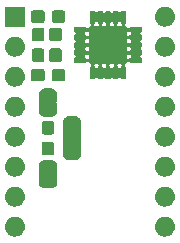
<source format=gbr>
G04 #@! TF.GenerationSoftware,KiCad,Pcbnew,(5.1.4)-1*
G04 #@! TF.CreationDate,2020-09-13T14:55:08-05:00*
G04 #@! TF.ProjectId,pt100stick,70743130-3073-4746-9963-6b2e6b696361,rev?*
G04 #@! TF.SameCoordinates,Original*
G04 #@! TF.FileFunction,Soldermask,Top*
G04 #@! TF.FilePolarity,Negative*
%FSLAX46Y46*%
G04 Gerber Fmt 4.6, Leading zero omitted, Abs format (unit mm)*
G04 Created by KiCad (PCBNEW (5.1.4)-1) date 2020-09-13 14:55:08*
%MOMM*%
%LPD*%
G04 APERTURE LIST*
%ADD10C,0.100000*%
G04 APERTURE END LIST*
D10*
G36*
X155106823Y-88061313D02*
G01*
X155267242Y-88109976D01*
X155399906Y-88180886D01*
X155415078Y-88188996D01*
X155544659Y-88295341D01*
X155651004Y-88424922D01*
X155651005Y-88424924D01*
X155730024Y-88572758D01*
X155778687Y-88733177D01*
X155795117Y-88900000D01*
X155778687Y-89066823D01*
X155730024Y-89227242D01*
X155659114Y-89359906D01*
X155651004Y-89375078D01*
X155544659Y-89504659D01*
X155415078Y-89611004D01*
X155415076Y-89611005D01*
X155267242Y-89690024D01*
X155106823Y-89738687D01*
X154981804Y-89751000D01*
X154898196Y-89751000D01*
X154773177Y-89738687D01*
X154612758Y-89690024D01*
X154464924Y-89611005D01*
X154464922Y-89611004D01*
X154335341Y-89504659D01*
X154228996Y-89375078D01*
X154220886Y-89359906D01*
X154149976Y-89227242D01*
X154101313Y-89066823D01*
X154084883Y-88900000D01*
X154101313Y-88733177D01*
X154149976Y-88572758D01*
X154228995Y-88424924D01*
X154228996Y-88424922D01*
X154335341Y-88295341D01*
X154464922Y-88188996D01*
X154480094Y-88180886D01*
X154612758Y-88109976D01*
X154773177Y-88061313D01*
X154898196Y-88049000D01*
X154981804Y-88049000D01*
X155106823Y-88061313D01*
X155106823Y-88061313D01*
G37*
G36*
X142406823Y-88061313D02*
G01*
X142567242Y-88109976D01*
X142699906Y-88180886D01*
X142715078Y-88188996D01*
X142844659Y-88295341D01*
X142951004Y-88424922D01*
X142951005Y-88424924D01*
X143030024Y-88572758D01*
X143078687Y-88733177D01*
X143095117Y-88900000D01*
X143078687Y-89066823D01*
X143030024Y-89227242D01*
X142959114Y-89359906D01*
X142951004Y-89375078D01*
X142844659Y-89504659D01*
X142715078Y-89611004D01*
X142715076Y-89611005D01*
X142567242Y-89690024D01*
X142406823Y-89738687D01*
X142281804Y-89751000D01*
X142198196Y-89751000D01*
X142073177Y-89738687D01*
X141912758Y-89690024D01*
X141764924Y-89611005D01*
X141764922Y-89611004D01*
X141635341Y-89504659D01*
X141528996Y-89375078D01*
X141520886Y-89359906D01*
X141449976Y-89227242D01*
X141401313Y-89066823D01*
X141384883Y-88900000D01*
X141401313Y-88733177D01*
X141449976Y-88572758D01*
X141528995Y-88424924D01*
X141528996Y-88424922D01*
X141635341Y-88295341D01*
X141764922Y-88188996D01*
X141780094Y-88180886D01*
X141912758Y-88109976D01*
X142073177Y-88061313D01*
X142198196Y-88049000D01*
X142281804Y-88049000D01*
X142406823Y-88061313D01*
X142406823Y-88061313D01*
G37*
G36*
X142406823Y-85521313D02*
G01*
X142567242Y-85569976D01*
X142699906Y-85640886D01*
X142715078Y-85648996D01*
X142844659Y-85755341D01*
X142951004Y-85884922D01*
X142951005Y-85884924D01*
X143030024Y-86032758D01*
X143078687Y-86193177D01*
X143095117Y-86360000D01*
X143078687Y-86526823D01*
X143030024Y-86687242D01*
X142959114Y-86819906D01*
X142951004Y-86835078D01*
X142844659Y-86964659D01*
X142715078Y-87071004D01*
X142715076Y-87071005D01*
X142567242Y-87150024D01*
X142406823Y-87198687D01*
X142281804Y-87211000D01*
X142198196Y-87211000D01*
X142073177Y-87198687D01*
X141912758Y-87150024D01*
X141764924Y-87071005D01*
X141764922Y-87071004D01*
X141635341Y-86964659D01*
X141528996Y-86835078D01*
X141520886Y-86819906D01*
X141449976Y-86687242D01*
X141401313Y-86526823D01*
X141384883Y-86360000D01*
X141401313Y-86193177D01*
X141449976Y-86032758D01*
X141528995Y-85884924D01*
X141528996Y-85884922D01*
X141635341Y-85755341D01*
X141764922Y-85648996D01*
X141780094Y-85640886D01*
X141912758Y-85569976D01*
X142073177Y-85521313D01*
X142198196Y-85509000D01*
X142281804Y-85509000D01*
X142406823Y-85521313D01*
X142406823Y-85521313D01*
G37*
G36*
X155106823Y-85521313D02*
G01*
X155267242Y-85569976D01*
X155399906Y-85640886D01*
X155415078Y-85648996D01*
X155544659Y-85755341D01*
X155651004Y-85884922D01*
X155651005Y-85884924D01*
X155730024Y-86032758D01*
X155778687Y-86193177D01*
X155795117Y-86360000D01*
X155778687Y-86526823D01*
X155730024Y-86687242D01*
X155659114Y-86819906D01*
X155651004Y-86835078D01*
X155544659Y-86964659D01*
X155415078Y-87071004D01*
X155415076Y-87071005D01*
X155267242Y-87150024D01*
X155106823Y-87198687D01*
X154981804Y-87211000D01*
X154898196Y-87211000D01*
X154773177Y-87198687D01*
X154612758Y-87150024D01*
X154464924Y-87071005D01*
X154464922Y-87071004D01*
X154335341Y-86964659D01*
X154228996Y-86835078D01*
X154220886Y-86819906D01*
X154149976Y-86687242D01*
X154101313Y-86526823D01*
X154084883Y-86360000D01*
X154101313Y-86193177D01*
X154149976Y-86032758D01*
X154228995Y-85884924D01*
X154228996Y-85884922D01*
X154335341Y-85755341D01*
X154464922Y-85648996D01*
X154480094Y-85640886D01*
X154612758Y-85569976D01*
X154773177Y-85521313D01*
X154898196Y-85509000D01*
X154981804Y-85509000D01*
X155106823Y-85521313D01*
X155106823Y-85521313D01*
G37*
G36*
X145296199Y-83254954D02*
G01*
X145308450Y-83255556D01*
X145326869Y-83255556D01*
X145349149Y-83257750D01*
X145433233Y-83274476D01*
X145454660Y-83280976D01*
X145533858Y-83313780D01*
X145539303Y-83316691D01*
X145539309Y-83316693D01*
X145548169Y-83321429D01*
X145548173Y-83321432D01*
X145553614Y-83324340D01*
X145624899Y-83371971D01*
X145642204Y-83386172D01*
X145702828Y-83446796D01*
X145717029Y-83464101D01*
X145764660Y-83535386D01*
X145767568Y-83540827D01*
X145767571Y-83540831D01*
X145772307Y-83549691D01*
X145772309Y-83549697D01*
X145775220Y-83555142D01*
X145808024Y-83634340D01*
X145814524Y-83655767D01*
X145831250Y-83739851D01*
X145833444Y-83762131D01*
X145833444Y-83780550D01*
X145834046Y-83792801D01*
X145835852Y-83811139D01*
X145835852Y-84298860D01*
X145834263Y-84314999D01*
X145831348Y-84324608D01*
X145826610Y-84333472D01*
X145820237Y-84341237D01*
X145807794Y-84351448D01*
X145797425Y-84358378D01*
X145780098Y-84375705D01*
X145766485Y-84396080D01*
X145757109Y-84418720D01*
X145752329Y-84442753D01*
X145752330Y-84467257D01*
X145757112Y-84491290D01*
X145766490Y-84513929D01*
X145780105Y-84534302D01*
X145797432Y-84551629D01*
X145807802Y-84558558D01*
X145820237Y-84568763D01*
X145826610Y-84576528D01*
X145831348Y-84585392D01*
X145834263Y-84595001D01*
X145835852Y-84611140D01*
X145835852Y-85098862D01*
X145834046Y-85117199D01*
X145833444Y-85129450D01*
X145833444Y-85147869D01*
X145831250Y-85170149D01*
X145814524Y-85254233D01*
X145808024Y-85275660D01*
X145775220Y-85354858D01*
X145772309Y-85360303D01*
X145772307Y-85360309D01*
X145767571Y-85369169D01*
X145767568Y-85369173D01*
X145764660Y-85374614D01*
X145717029Y-85445899D01*
X145702828Y-85463204D01*
X145642204Y-85523828D01*
X145624899Y-85538029D01*
X145553614Y-85585660D01*
X145548173Y-85588568D01*
X145548169Y-85588571D01*
X145539309Y-85593307D01*
X145539303Y-85593309D01*
X145533858Y-85596220D01*
X145454660Y-85629024D01*
X145433233Y-85635524D01*
X145349149Y-85652250D01*
X145326869Y-85654444D01*
X145308450Y-85654444D01*
X145296199Y-85655046D01*
X145277862Y-85656852D01*
X144790138Y-85656852D01*
X144771801Y-85655046D01*
X144759550Y-85654444D01*
X144741131Y-85654444D01*
X144718851Y-85652250D01*
X144634767Y-85635524D01*
X144613340Y-85629024D01*
X144534142Y-85596220D01*
X144528697Y-85593309D01*
X144528691Y-85593307D01*
X144519831Y-85588571D01*
X144519827Y-85588568D01*
X144514386Y-85585660D01*
X144443101Y-85538029D01*
X144425796Y-85523828D01*
X144365172Y-85463204D01*
X144350971Y-85445899D01*
X144303340Y-85374614D01*
X144300432Y-85369173D01*
X144300429Y-85369169D01*
X144295693Y-85360309D01*
X144295691Y-85360303D01*
X144292780Y-85354858D01*
X144259976Y-85275660D01*
X144253476Y-85254233D01*
X144236750Y-85170149D01*
X144234556Y-85147869D01*
X144234556Y-85129450D01*
X144233954Y-85117199D01*
X144232148Y-85098862D01*
X144232148Y-84611140D01*
X144233737Y-84595001D01*
X144236652Y-84585392D01*
X144241390Y-84576528D01*
X144247763Y-84568763D01*
X144260206Y-84558552D01*
X144270575Y-84551622D01*
X144287902Y-84534295D01*
X144301515Y-84513920D01*
X144310891Y-84491280D01*
X144315671Y-84467247D01*
X144315670Y-84442743D01*
X144310888Y-84418710D01*
X144301510Y-84396071D01*
X144287895Y-84375698D01*
X144270568Y-84358371D01*
X144260198Y-84351442D01*
X144247763Y-84341237D01*
X144241390Y-84333472D01*
X144236652Y-84324608D01*
X144233737Y-84314999D01*
X144232148Y-84298860D01*
X144232148Y-83811139D01*
X144233954Y-83792801D01*
X144234556Y-83780550D01*
X144234556Y-83762131D01*
X144236750Y-83739851D01*
X144253476Y-83655767D01*
X144259976Y-83634340D01*
X144292780Y-83555142D01*
X144295691Y-83549697D01*
X144295693Y-83549691D01*
X144300429Y-83540831D01*
X144300432Y-83540827D01*
X144303340Y-83535386D01*
X144350971Y-83464101D01*
X144365172Y-83446796D01*
X144425796Y-83386172D01*
X144443101Y-83371971D01*
X144514386Y-83324340D01*
X144519827Y-83321432D01*
X144519831Y-83321429D01*
X144528691Y-83316693D01*
X144528697Y-83316691D01*
X144534142Y-83313780D01*
X144613340Y-83280976D01*
X144634767Y-83274476D01*
X144718851Y-83257750D01*
X144741131Y-83255556D01*
X144759550Y-83255556D01*
X144771801Y-83254954D01*
X144790139Y-83253148D01*
X145277861Y-83253148D01*
X145296199Y-83254954D01*
X145296199Y-83254954D01*
G37*
G36*
X155106823Y-82981313D02*
G01*
X155267242Y-83029976D01*
X155399906Y-83100886D01*
X155415078Y-83108996D01*
X155544659Y-83215341D01*
X155651004Y-83344922D01*
X155651005Y-83344924D01*
X155730024Y-83492758D01*
X155778687Y-83653177D01*
X155795117Y-83820000D01*
X155778687Y-83986823D01*
X155730024Y-84147242D01*
X155659114Y-84279906D01*
X155651004Y-84295078D01*
X155544659Y-84424659D01*
X155415078Y-84531004D01*
X155415076Y-84531005D01*
X155267242Y-84610024D01*
X155106823Y-84658687D01*
X154981804Y-84671000D01*
X154898196Y-84671000D01*
X154773177Y-84658687D01*
X154612758Y-84610024D01*
X154464924Y-84531005D01*
X154464922Y-84531004D01*
X154335341Y-84424659D01*
X154228996Y-84295078D01*
X154220886Y-84279906D01*
X154149976Y-84147242D01*
X154101313Y-83986823D01*
X154084883Y-83820000D01*
X154101313Y-83653177D01*
X154149976Y-83492758D01*
X154228995Y-83344924D01*
X154228996Y-83344922D01*
X154335341Y-83215341D01*
X154464922Y-83108996D01*
X154480094Y-83100886D01*
X154612758Y-83029976D01*
X154773177Y-82981313D01*
X154898196Y-82969000D01*
X154981804Y-82969000D01*
X155106823Y-82981313D01*
X155106823Y-82981313D01*
G37*
G36*
X142406823Y-82981313D02*
G01*
X142567242Y-83029976D01*
X142699906Y-83100886D01*
X142715078Y-83108996D01*
X142844659Y-83215341D01*
X142951004Y-83344922D01*
X142951005Y-83344924D01*
X143030024Y-83492758D01*
X143078687Y-83653177D01*
X143095117Y-83820000D01*
X143078687Y-83986823D01*
X143030024Y-84147242D01*
X142959114Y-84279906D01*
X142951004Y-84295078D01*
X142844659Y-84424659D01*
X142715078Y-84531004D01*
X142715076Y-84531005D01*
X142567242Y-84610024D01*
X142406823Y-84658687D01*
X142281804Y-84671000D01*
X142198196Y-84671000D01*
X142073177Y-84658687D01*
X141912758Y-84610024D01*
X141764924Y-84531005D01*
X141764922Y-84531004D01*
X141635341Y-84424659D01*
X141528996Y-84295078D01*
X141520886Y-84279906D01*
X141449976Y-84147242D01*
X141401313Y-83986823D01*
X141384883Y-83820000D01*
X141401313Y-83653177D01*
X141449976Y-83492758D01*
X141528995Y-83344924D01*
X141528996Y-83344922D01*
X141635341Y-83215341D01*
X141764922Y-83108996D01*
X141780094Y-83100886D01*
X141912758Y-83029976D01*
X142073177Y-82981313D01*
X142198196Y-82969000D01*
X142281804Y-82969000D01*
X142406823Y-82981313D01*
X142406823Y-82981313D01*
G37*
G36*
X147328199Y-79556954D02*
G01*
X147340450Y-79557556D01*
X147358869Y-79557556D01*
X147381149Y-79559750D01*
X147465233Y-79576476D01*
X147486660Y-79582976D01*
X147565858Y-79615780D01*
X147571303Y-79618691D01*
X147571309Y-79618693D01*
X147580169Y-79623429D01*
X147580173Y-79623432D01*
X147585614Y-79626340D01*
X147656899Y-79673971D01*
X147674204Y-79688172D01*
X147734828Y-79748796D01*
X147749029Y-79766101D01*
X147796660Y-79837386D01*
X147799568Y-79842827D01*
X147799571Y-79842831D01*
X147804307Y-79851691D01*
X147804309Y-79851697D01*
X147807220Y-79857142D01*
X147840024Y-79936340D01*
X147846524Y-79957767D01*
X147863250Y-80041851D01*
X147865444Y-80064131D01*
X147865444Y-80082550D01*
X147866046Y-80094801D01*
X147867852Y-80113139D01*
X147867852Y-80650860D01*
X147866263Y-80666999D01*
X147861855Y-80681528D01*
X147856394Y-80694711D01*
X147851612Y-80718745D01*
X147851611Y-80743249D01*
X147856391Y-80767282D01*
X147865768Y-80789921D01*
X147867000Y-80791765D01*
X147867000Y-82023050D01*
X147860525Y-82035164D01*
X147853412Y-82058613D01*
X147851010Y-82082999D01*
X147853412Y-82107385D01*
X147860525Y-82130834D01*
X147862848Y-82135746D01*
X147866263Y-82147001D01*
X147867852Y-82163140D01*
X147867852Y-82700862D01*
X147866046Y-82719199D01*
X147865444Y-82731450D01*
X147865444Y-82749869D01*
X147863250Y-82772149D01*
X147846524Y-82856233D01*
X147840024Y-82877660D01*
X147807220Y-82956858D01*
X147804309Y-82962303D01*
X147804307Y-82962309D01*
X147799571Y-82971169D01*
X147799568Y-82971173D01*
X147796660Y-82976614D01*
X147749029Y-83047899D01*
X147734828Y-83065204D01*
X147674204Y-83125828D01*
X147656899Y-83140029D01*
X147585614Y-83187660D01*
X147580173Y-83190568D01*
X147580169Y-83190571D01*
X147571309Y-83195307D01*
X147571303Y-83195309D01*
X147565858Y-83198220D01*
X147486660Y-83231024D01*
X147465233Y-83237524D01*
X147381149Y-83254250D01*
X147358869Y-83256444D01*
X147340450Y-83256444D01*
X147328199Y-83257046D01*
X147309862Y-83258852D01*
X146822138Y-83258852D01*
X146803801Y-83257046D01*
X146791550Y-83256444D01*
X146773131Y-83256444D01*
X146750851Y-83254250D01*
X146666767Y-83237524D01*
X146645340Y-83231024D01*
X146566142Y-83198220D01*
X146560697Y-83195309D01*
X146560691Y-83195307D01*
X146551831Y-83190571D01*
X146551827Y-83190568D01*
X146546386Y-83187660D01*
X146475101Y-83140029D01*
X146457796Y-83125828D01*
X146397172Y-83065204D01*
X146382971Y-83047899D01*
X146335340Y-82976614D01*
X146332432Y-82971173D01*
X146332429Y-82971169D01*
X146327693Y-82962309D01*
X146327691Y-82962303D01*
X146324780Y-82956858D01*
X146291976Y-82877660D01*
X146285476Y-82856233D01*
X146268750Y-82772149D01*
X146266556Y-82749869D01*
X146266556Y-82731450D01*
X146265954Y-82719199D01*
X146264148Y-82700862D01*
X146264148Y-82163140D01*
X146265737Y-82147001D01*
X146270145Y-82132472D01*
X146275606Y-82119289D01*
X146280388Y-82095255D01*
X146280389Y-82070751D01*
X146275609Y-82046718D01*
X146266232Y-82024079D01*
X146265000Y-82022235D01*
X146265000Y-80790950D01*
X146271475Y-80778836D01*
X146278588Y-80755387D01*
X146280990Y-80731001D01*
X146278588Y-80706615D01*
X146271475Y-80683166D01*
X146269152Y-80678254D01*
X146265737Y-80666999D01*
X146264148Y-80650860D01*
X146264148Y-80113139D01*
X146265954Y-80094801D01*
X146266556Y-80082550D01*
X146266556Y-80064131D01*
X146268750Y-80041851D01*
X146285476Y-79957767D01*
X146291976Y-79936340D01*
X146324780Y-79857142D01*
X146327691Y-79851697D01*
X146327693Y-79851691D01*
X146332429Y-79842831D01*
X146332432Y-79842827D01*
X146335340Y-79837386D01*
X146382971Y-79766101D01*
X146397172Y-79748796D01*
X146457796Y-79688172D01*
X146475101Y-79673971D01*
X146546386Y-79626340D01*
X146551827Y-79623432D01*
X146551831Y-79623429D01*
X146560691Y-79618693D01*
X146560697Y-79618691D01*
X146566142Y-79615780D01*
X146645340Y-79582976D01*
X146666767Y-79576476D01*
X146750851Y-79559750D01*
X146773131Y-79557556D01*
X146791550Y-79557556D01*
X146803801Y-79556954D01*
X146822139Y-79555148D01*
X147309861Y-79555148D01*
X147328199Y-79556954D01*
X147328199Y-79556954D01*
G37*
G36*
X145398499Y-81710445D02*
G01*
X145435995Y-81721820D01*
X145470554Y-81740292D01*
X145500847Y-81765153D01*
X145525708Y-81795446D01*
X145544180Y-81830005D01*
X145555555Y-81867501D01*
X145560000Y-81912638D01*
X145560000Y-82651362D01*
X145555555Y-82696499D01*
X145544180Y-82733995D01*
X145525708Y-82768554D01*
X145500847Y-82798847D01*
X145470554Y-82823708D01*
X145435995Y-82842180D01*
X145398499Y-82853555D01*
X145353362Y-82858000D01*
X144714638Y-82858000D01*
X144669501Y-82853555D01*
X144632005Y-82842180D01*
X144597446Y-82823708D01*
X144567153Y-82798847D01*
X144542292Y-82768554D01*
X144523820Y-82733995D01*
X144512445Y-82696499D01*
X144508000Y-82651362D01*
X144508000Y-81912638D01*
X144512445Y-81867501D01*
X144523820Y-81830005D01*
X144542292Y-81795446D01*
X144567153Y-81765153D01*
X144597446Y-81740292D01*
X144632005Y-81721820D01*
X144669501Y-81710445D01*
X144714638Y-81706000D01*
X145353362Y-81706000D01*
X145398499Y-81710445D01*
X145398499Y-81710445D01*
G37*
G36*
X142406823Y-80441313D02*
G01*
X142567242Y-80489976D01*
X142699906Y-80560886D01*
X142715078Y-80568996D01*
X142844659Y-80675341D01*
X142951004Y-80804922D01*
X142951005Y-80804924D01*
X143030024Y-80952758D01*
X143078687Y-81113177D01*
X143095117Y-81280000D01*
X143078687Y-81446823D01*
X143030024Y-81607242D01*
X142977237Y-81706000D01*
X142951004Y-81755078D01*
X142844659Y-81884659D01*
X142715078Y-81991004D01*
X142715076Y-81991005D01*
X142567242Y-82070024D01*
X142567239Y-82070025D01*
X142537380Y-82079083D01*
X142406823Y-82118687D01*
X142281804Y-82131000D01*
X142198196Y-82131000D01*
X142073177Y-82118687D01*
X141942620Y-82079083D01*
X141912761Y-82070025D01*
X141912758Y-82070024D01*
X141764924Y-81991005D01*
X141764922Y-81991004D01*
X141635341Y-81884659D01*
X141528996Y-81755078D01*
X141502763Y-81706000D01*
X141449976Y-81607242D01*
X141401313Y-81446823D01*
X141384883Y-81280000D01*
X141401313Y-81113177D01*
X141449976Y-80952758D01*
X141528995Y-80804924D01*
X141528996Y-80804922D01*
X141635341Y-80675341D01*
X141764922Y-80568996D01*
X141780094Y-80560886D01*
X141912758Y-80489976D01*
X142073177Y-80441313D01*
X142198196Y-80429000D01*
X142281804Y-80429000D01*
X142406823Y-80441313D01*
X142406823Y-80441313D01*
G37*
G36*
X155106823Y-80441313D02*
G01*
X155267242Y-80489976D01*
X155399906Y-80560886D01*
X155415078Y-80568996D01*
X155544659Y-80675341D01*
X155651004Y-80804922D01*
X155651005Y-80804924D01*
X155730024Y-80952758D01*
X155778687Y-81113177D01*
X155795117Y-81280000D01*
X155778687Y-81446823D01*
X155730024Y-81607242D01*
X155677237Y-81706000D01*
X155651004Y-81755078D01*
X155544659Y-81884659D01*
X155415078Y-81991004D01*
X155415076Y-81991005D01*
X155267242Y-82070024D01*
X155267239Y-82070025D01*
X155237380Y-82079083D01*
X155106823Y-82118687D01*
X154981804Y-82131000D01*
X154898196Y-82131000D01*
X154773177Y-82118687D01*
X154642620Y-82079083D01*
X154612761Y-82070025D01*
X154612758Y-82070024D01*
X154464924Y-81991005D01*
X154464922Y-81991004D01*
X154335341Y-81884659D01*
X154228996Y-81755078D01*
X154202763Y-81706000D01*
X154149976Y-81607242D01*
X154101313Y-81446823D01*
X154084883Y-81280000D01*
X154101313Y-81113177D01*
X154149976Y-80952758D01*
X154228995Y-80804924D01*
X154228996Y-80804922D01*
X154335341Y-80675341D01*
X154464922Y-80568996D01*
X154480094Y-80560886D01*
X154612758Y-80489976D01*
X154773177Y-80441313D01*
X154898196Y-80429000D01*
X154981804Y-80429000D01*
X155106823Y-80441313D01*
X155106823Y-80441313D01*
G37*
G36*
X145398499Y-79960445D02*
G01*
X145435995Y-79971820D01*
X145470554Y-79990292D01*
X145500847Y-80015153D01*
X145525708Y-80045446D01*
X145544180Y-80080005D01*
X145555555Y-80117501D01*
X145560000Y-80162638D01*
X145560000Y-80901362D01*
X145555555Y-80946499D01*
X145544180Y-80983995D01*
X145525708Y-81018554D01*
X145500847Y-81048847D01*
X145470554Y-81073708D01*
X145435995Y-81092180D01*
X145398499Y-81103555D01*
X145353362Y-81108000D01*
X144714638Y-81108000D01*
X144669501Y-81103555D01*
X144632005Y-81092180D01*
X144597446Y-81073708D01*
X144567153Y-81048847D01*
X144542292Y-81018554D01*
X144523820Y-80983995D01*
X144512445Y-80946499D01*
X144508000Y-80901362D01*
X144508000Y-80162638D01*
X144512445Y-80117501D01*
X144523820Y-80080005D01*
X144542292Y-80045446D01*
X144567153Y-80015153D01*
X144597446Y-79990292D01*
X144632005Y-79971820D01*
X144669501Y-79960445D01*
X144714638Y-79956000D01*
X145353362Y-79956000D01*
X145398499Y-79960445D01*
X145398499Y-79960445D01*
G37*
G36*
X145296199Y-77195954D02*
G01*
X145308450Y-77196556D01*
X145326869Y-77196556D01*
X145349149Y-77198750D01*
X145433233Y-77215476D01*
X145454660Y-77221976D01*
X145533858Y-77254780D01*
X145539303Y-77257691D01*
X145539309Y-77257693D01*
X145548169Y-77262429D01*
X145548173Y-77262432D01*
X145553614Y-77265340D01*
X145624899Y-77312971D01*
X145642204Y-77327172D01*
X145702828Y-77387796D01*
X145717029Y-77405101D01*
X145764660Y-77476386D01*
X145767568Y-77481827D01*
X145767571Y-77481831D01*
X145772307Y-77490691D01*
X145772309Y-77490697D01*
X145775220Y-77496142D01*
X145808024Y-77575340D01*
X145814524Y-77596767D01*
X145831250Y-77680851D01*
X145833444Y-77703131D01*
X145833444Y-77721550D01*
X145834046Y-77733801D01*
X145835852Y-77752139D01*
X145835852Y-78239860D01*
X145834263Y-78255999D01*
X145831348Y-78265608D01*
X145826610Y-78274472D01*
X145820237Y-78282237D01*
X145807794Y-78292448D01*
X145797425Y-78299378D01*
X145780098Y-78316705D01*
X145766485Y-78337080D01*
X145757109Y-78359720D01*
X145752329Y-78383753D01*
X145752330Y-78408257D01*
X145757112Y-78432290D01*
X145766490Y-78454929D01*
X145780105Y-78475302D01*
X145797432Y-78492629D01*
X145807802Y-78499558D01*
X145820237Y-78509763D01*
X145826610Y-78517528D01*
X145831348Y-78526392D01*
X145834263Y-78536001D01*
X145835852Y-78552140D01*
X145835852Y-79039862D01*
X145834046Y-79058199D01*
X145833444Y-79070450D01*
X145833444Y-79088869D01*
X145831250Y-79111149D01*
X145814524Y-79195233D01*
X145808024Y-79216660D01*
X145775220Y-79295858D01*
X145772309Y-79301303D01*
X145772307Y-79301309D01*
X145767571Y-79310169D01*
X145767568Y-79310173D01*
X145764660Y-79315614D01*
X145717029Y-79386899D01*
X145702828Y-79404204D01*
X145642204Y-79464828D01*
X145624899Y-79479029D01*
X145553614Y-79526660D01*
X145548173Y-79529568D01*
X145548169Y-79529571D01*
X145539309Y-79534307D01*
X145539303Y-79534309D01*
X145533858Y-79537220D01*
X145454660Y-79570024D01*
X145433233Y-79576524D01*
X145349149Y-79593250D01*
X145326869Y-79595444D01*
X145308450Y-79595444D01*
X145296199Y-79596046D01*
X145277862Y-79597852D01*
X144790138Y-79597852D01*
X144771801Y-79596046D01*
X144759550Y-79595444D01*
X144741131Y-79595444D01*
X144718851Y-79593250D01*
X144634767Y-79576524D01*
X144613340Y-79570024D01*
X144534142Y-79537220D01*
X144528697Y-79534309D01*
X144528691Y-79534307D01*
X144519831Y-79529571D01*
X144519827Y-79529568D01*
X144514386Y-79526660D01*
X144443101Y-79479029D01*
X144425796Y-79464828D01*
X144365172Y-79404204D01*
X144350971Y-79386899D01*
X144303340Y-79315614D01*
X144300432Y-79310173D01*
X144300429Y-79310169D01*
X144295693Y-79301309D01*
X144295691Y-79301303D01*
X144292780Y-79295858D01*
X144259976Y-79216660D01*
X144253476Y-79195233D01*
X144236750Y-79111149D01*
X144234556Y-79088869D01*
X144234556Y-79070450D01*
X144233954Y-79058199D01*
X144232148Y-79039862D01*
X144232148Y-78552140D01*
X144233737Y-78536001D01*
X144236652Y-78526392D01*
X144241390Y-78517528D01*
X144247763Y-78509763D01*
X144260206Y-78499552D01*
X144270575Y-78492622D01*
X144287902Y-78475295D01*
X144301515Y-78454920D01*
X144310891Y-78432280D01*
X144315671Y-78408247D01*
X144315670Y-78383743D01*
X144310888Y-78359710D01*
X144301510Y-78337071D01*
X144287895Y-78316698D01*
X144270568Y-78299371D01*
X144260198Y-78292442D01*
X144247763Y-78282237D01*
X144241390Y-78274472D01*
X144236652Y-78265608D01*
X144233737Y-78255999D01*
X144232148Y-78239860D01*
X144232148Y-77752139D01*
X144233954Y-77733801D01*
X144234556Y-77721550D01*
X144234556Y-77703131D01*
X144236750Y-77680851D01*
X144253476Y-77596767D01*
X144259976Y-77575340D01*
X144292780Y-77496142D01*
X144295691Y-77490697D01*
X144295693Y-77490691D01*
X144300429Y-77481831D01*
X144300432Y-77481827D01*
X144303340Y-77476386D01*
X144350971Y-77405101D01*
X144365172Y-77387796D01*
X144425796Y-77327172D01*
X144443101Y-77312971D01*
X144514386Y-77265340D01*
X144519827Y-77262432D01*
X144519831Y-77262429D01*
X144528691Y-77257693D01*
X144528697Y-77257691D01*
X144534142Y-77254780D01*
X144613340Y-77221976D01*
X144634767Y-77215476D01*
X144718851Y-77198750D01*
X144741131Y-77196556D01*
X144759550Y-77196556D01*
X144771801Y-77195954D01*
X144790139Y-77194148D01*
X145277861Y-77194148D01*
X145296199Y-77195954D01*
X145296199Y-77195954D01*
G37*
G36*
X155106823Y-77901313D02*
G01*
X155267242Y-77949976D01*
X155399906Y-78020886D01*
X155415078Y-78028996D01*
X155544659Y-78135341D01*
X155651004Y-78264922D01*
X155651005Y-78264924D01*
X155730024Y-78412758D01*
X155778687Y-78573177D01*
X155795117Y-78740000D01*
X155778687Y-78906823D01*
X155730024Y-79067242D01*
X155728309Y-79070450D01*
X155651004Y-79215078D01*
X155544659Y-79344659D01*
X155415078Y-79451004D01*
X155415076Y-79451005D01*
X155267242Y-79530024D01*
X155106823Y-79578687D01*
X154981804Y-79591000D01*
X154898196Y-79591000D01*
X154773177Y-79578687D01*
X154612758Y-79530024D01*
X154464924Y-79451005D01*
X154464922Y-79451004D01*
X154335341Y-79344659D01*
X154228996Y-79215078D01*
X154151691Y-79070450D01*
X154149976Y-79067242D01*
X154101313Y-78906823D01*
X154084883Y-78740000D01*
X154101313Y-78573177D01*
X154149976Y-78412758D01*
X154228995Y-78264924D01*
X154228996Y-78264922D01*
X154335341Y-78135341D01*
X154464922Y-78028996D01*
X154480094Y-78020886D01*
X154612758Y-77949976D01*
X154773177Y-77901313D01*
X154898196Y-77889000D01*
X154981804Y-77889000D01*
X155106823Y-77901313D01*
X155106823Y-77901313D01*
G37*
G36*
X142406823Y-77901313D02*
G01*
X142567242Y-77949976D01*
X142699906Y-78020886D01*
X142715078Y-78028996D01*
X142844659Y-78135341D01*
X142951004Y-78264922D01*
X142951005Y-78264924D01*
X143030024Y-78412758D01*
X143078687Y-78573177D01*
X143095117Y-78740000D01*
X143078687Y-78906823D01*
X143030024Y-79067242D01*
X143028309Y-79070450D01*
X142951004Y-79215078D01*
X142844659Y-79344659D01*
X142715078Y-79451004D01*
X142715076Y-79451005D01*
X142567242Y-79530024D01*
X142406823Y-79578687D01*
X142281804Y-79591000D01*
X142198196Y-79591000D01*
X142073177Y-79578687D01*
X141912758Y-79530024D01*
X141764924Y-79451005D01*
X141764922Y-79451004D01*
X141635341Y-79344659D01*
X141528996Y-79215078D01*
X141451691Y-79070450D01*
X141449976Y-79067242D01*
X141401313Y-78906823D01*
X141384883Y-78740000D01*
X141401313Y-78573177D01*
X141449976Y-78412758D01*
X141528995Y-78264924D01*
X141528996Y-78264922D01*
X141635341Y-78135341D01*
X141764922Y-78028996D01*
X141780094Y-78020886D01*
X141912758Y-77949976D01*
X142073177Y-77901313D01*
X142198196Y-77889000D01*
X142281804Y-77889000D01*
X142406823Y-77901313D01*
X142406823Y-77901313D01*
G37*
G36*
X142406823Y-75361313D02*
G01*
X142567242Y-75409976D01*
X142699906Y-75480886D01*
X142715078Y-75488996D01*
X142844659Y-75595341D01*
X142951004Y-75724922D01*
X142951005Y-75724924D01*
X143030024Y-75872758D01*
X143078687Y-76033177D01*
X143095117Y-76200000D01*
X143078687Y-76366823D01*
X143030024Y-76527242D01*
X142959114Y-76659906D01*
X142951004Y-76675078D01*
X142844659Y-76804659D01*
X142715078Y-76911004D01*
X142715076Y-76911005D01*
X142567242Y-76990024D01*
X142406823Y-77038687D01*
X142281804Y-77051000D01*
X142198196Y-77051000D01*
X142073177Y-77038687D01*
X141912758Y-76990024D01*
X141764924Y-76911005D01*
X141764922Y-76911004D01*
X141635341Y-76804659D01*
X141528996Y-76675078D01*
X141520886Y-76659906D01*
X141449976Y-76527242D01*
X141401313Y-76366823D01*
X141384883Y-76200000D01*
X141401313Y-76033177D01*
X141449976Y-75872758D01*
X141528995Y-75724924D01*
X141528996Y-75724922D01*
X141635341Y-75595341D01*
X141764922Y-75488996D01*
X141780094Y-75480886D01*
X141912758Y-75409976D01*
X142073177Y-75361313D01*
X142198196Y-75349000D01*
X142281804Y-75349000D01*
X142406823Y-75361313D01*
X142406823Y-75361313D01*
G37*
G36*
X155106823Y-75361313D02*
G01*
X155267242Y-75409976D01*
X155399906Y-75480886D01*
X155415078Y-75488996D01*
X155544659Y-75595341D01*
X155651004Y-75724922D01*
X155651005Y-75724924D01*
X155730024Y-75872758D01*
X155778687Y-76033177D01*
X155795117Y-76200000D01*
X155778687Y-76366823D01*
X155730024Y-76527242D01*
X155659114Y-76659906D01*
X155651004Y-76675078D01*
X155544659Y-76804659D01*
X155415078Y-76911004D01*
X155415076Y-76911005D01*
X155267242Y-76990024D01*
X155106823Y-77038687D01*
X154981804Y-77051000D01*
X154898196Y-77051000D01*
X154773177Y-77038687D01*
X154612758Y-76990024D01*
X154464924Y-76911005D01*
X154464922Y-76911004D01*
X154335341Y-76804659D01*
X154228996Y-76675078D01*
X154220886Y-76659906D01*
X154149976Y-76527242D01*
X154101313Y-76366823D01*
X154084883Y-76200000D01*
X154101313Y-76033177D01*
X154149976Y-75872758D01*
X154228995Y-75724924D01*
X154228996Y-75724922D01*
X154335341Y-75595341D01*
X154464922Y-75488996D01*
X154480094Y-75480886D01*
X154612758Y-75409976D01*
X154773177Y-75361313D01*
X154898196Y-75349000D01*
X154981804Y-75349000D01*
X155106823Y-75361313D01*
X155106823Y-75361313D01*
G37*
G36*
X144587499Y-75551445D02*
G01*
X144624995Y-75562820D01*
X144659554Y-75581292D01*
X144689847Y-75606153D01*
X144714708Y-75636446D01*
X144733180Y-75671005D01*
X144744555Y-75708501D01*
X144749000Y-75753638D01*
X144749000Y-76392362D01*
X144744555Y-76437499D01*
X144733180Y-76474995D01*
X144714708Y-76509554D01*
X144689847Y-76539847D01*
X144659554Y-76564708D01*
X144624995Y-76583180D01*
X144587499Y-76594555D01*
X144542362Y-76599000D01*
X143803638Y-76599000D01*
X143758501Y-76594555D01*
X143721005Y-76583180D01*
X143686446Y-76564708D01*
X143656153Y-76539847D01*
X143631292Y-76509554D01*
X143612820Y-76474995D01*
X143601445Y-76437499D01*
X143597000Y-76392362D01*
X143597000Y-75753638D01*
X143601445Y-75708501D01*
X143612820Y-75671005D01*
X143631292Y-75636446D01*
X143656153Y-75606153D01*
X143686446Y-75581292D01*
X143721005Y-75562820D01*
X143758501Y-75551445D01*
X143803638Y-75547000D01*
X144542362Y-75547000D01*
X144587499Y-75551445D01*
X144587499Y-75551445D01*
G37*
G36*
X146337499Y-75551445D02*
G01*
X146374995Y-75562820D01*
X146409554Y-75581292D01*
X146439847Y-75606153D01*
X146464708Y-75636446D01*
X146483180Y-75671005D01*
X146494555Y-75708501D01*
X146499000Y-75753638D01*
X146499000Y-76392362D01*
X146494555Y-76437499D01*
X146483180Y-76474995D01*
X146464708Y-76509554D01*
X146439847Y-76539847D01*
X146409554Y-76564708D01*
X146374995Y-76583180D01*
X146337499Y-76594555D01*
X146292362Y-76599000D01*
X145553638Y-76599000D01*
X145508501Y-76594555D01*
X145471005Y-76583180D01*
X145436446Y-76564708D01*
X145406153Y-76539847D01*
X145381292Y-76509554D01*
X145362820Y-76474995D01*
X145351445Y-76437499D01*
X145347000Y-76392362D01*
X145347000Y-75753638D01*
X145351445Y-75708501D01*
X145362820Y-75671005D01*
X145381292Y-75636446D01*
X145406153Y-75606153D01*
X145436446Y-75581292D01*
X145471005Y-75562820D01*
X145508501Y-75551445D01*
X145553638Y-75547000D01*
X146292362Y-75547000D01*
X146337499Y-75551445D01*
X146337499Y-75551445D01*
G37*
G36*
X148984295Y-70633323D02*
G01*
X148991310Y-70635451D01*
X148997776Y-70638908D01*
X149003442Y-70643558D01*
X149008092Y-70649224D01*
X149011549Y-70655690D01*
X149013677Y-70662705D01*
X149014603Y-70672109D01*
X149019383Y-70696142D01*
X149028761Y-70718781D01*
X149042374Y-70739155D01*
X149059701Y-70756482D01*
X149080076Y-70770096D01*
X149102715Y-70779474D01*
X149126748Y-70784254D01*
X149151252Y-70784254D01*
X149175285Y-70779474D01*
X149197924Y-70770096D01*
X149218298Y-70756483D01*
X149235625Y-70739156D01*
X149249239Y-70718781D01*
X149258617Y-70696142D01*
X149263397Y-70672109D01*
X149264323Y-70662705D01*
X149266451Y-70655690D01*
X149269908Y-70649224D01*
X149274558Y-70643558D01*
X149280224Y-70638908D01*
X149286690Y-70635451D01*
X149293705Y-70633323D01*
X149307140Y-70632000D01*
X149620860Y-70632000D01*
X149634295Y-70633323D01*
X149641310Y-70635451D01*
X149647776Y-70638908D01*
X149653442Y-70643558D01*
X149658092Y-70649224D01*
X149661549Y-70655690D01*
X149663677Y-70662705D01*
X149664603Y-70672109D01*
X149669383Y-70696142D01*
X149678761Y-70718781D01*
X149692374Y-70739155D01*
X149709701Y-70756482D01*
X149730076Y-70770096D01*
X149752715Y-70779474D01*
X149776748Y-70784254D01*
X149801252Y-70784254D01*
X149825285Y-70779474D01*
X149847924Y-70770096D01*
X149868298Y-70756483D01*
X149885625Y-70739156D01*
X149899239Y-70718781D01*
X149908617Y-70696142D01*
X149913397Y-70672109D01*
X149914323Y-70662705D01*
X149916451Y-70655690D01*
X149919908Y-70649224D01*
X149924558Y-70643558D01*
X149930224Y-70638908D01*
X149936690Y-70635451D01*
X149943705Y-70633323D01*
X149957140Y-70632000D01*
X150270860Y-70632000D01*
X150284295Y-70633323D01*
X150291310Y-70635451D01*
X150297776Y-70638908D01*
X150303442Y-70643558D01*
X150308092Y-70649224D01*
X150311549Y-70655690D01*
X150313677Y-70662705D01*
X150314603Y-70672109D01*
X150319383Y-70696142D01*
X150328761Y-70718781D01*
X150342374Y-70739155D01*
X150359701Y-70756482D01*
X150380076Y-70770096D01*
X150402715Y-70779474D01*
X150426748Y-70784254D01*
X150451252Y-70784254D01*
X150475285Y-70779474D01*
X150497924Y-70770096D01*
X150518298Y-70756483D01*
X150535625Y-70739156D01*
X150549239Y-70718781D01*
X150558617Y-70696142D01*
X150563397Y-70672109D01*
X150564323Y-70662705D01*
X150566451Y-70655690D01*
X150569908Y-70649224D01*
X150574558Y-70643558D01*
X150580224Y-70638908D01*
X150586690Y-70635451D01*
X150593705Y-70633323D01*
X150607140Y-70632000D01*
X150920860Y-70632000D01*
X150934295Y-70633323D01*
X150941310Y-70635451D01*
X150947776Y-70638908D01*
X150953442Y-70643558D01*
X150958092Y-70649224D01*
X150961549Y-70655690D01*
X150963677Y-70662705D01*
X150964603Y-70672109D01*
X150969383Y-70696142D01*
X150978761Y-70718781D01*
X150992374Y-70739155D01*
X151009701Y-70756482D01*
X151030076Y-70770096D01*
X151052715Y-70779474D01*
X151076748Y-70784254D01*
X151101252Y-70784254D01*
X151125285Y-70779474D01*
X151147924Y-70770096D01*
X151168298Y-70756483D01*
X151185625Y-70739156D01*
X151199239Y-70718781D01*
X151208617Y-70696142D01*
X151213397Y-70672109D01*
X151214323Y-70662705D01*
X151216451Y-70655690D01*
X151219908Y-70649224D01*
X151224558Y-70643558D01*
X151230224Y-70638908D01*
X151236690Y-70635451D01*
X151243705Y-70633323D01*
X151257140Y-70632000D01*
X151570860Y-70632000D01*
X151584295Y-70633323D01*
X151591310Y-70635451D01*
X151597776Y-70638908D01*
X151603442Y-70643558D01*
X151608092Y-70649224D01*
X151611549Y-70655690D01*
X151613677Y-70662705D01*
X151615000Y-70676140D01*
X151615000Y-71664859D01*
X151613677Y-71678295D01*
X151611549Y-71685310D01*
X151608092Y-71691776D01*
X151603442Y-71697442D01*
X151597774Y-71702094D01*
X151582991Y-71709996D01*
X151562616Y-71723610D01*
X151545289Y-71740937D01*
X151531676Y-71761311D01*
X151522298Y-71783950D01*
X151517518Y-71807983D01*
X151517518Y-71832487D01*
X151522298Y-71856521D01*
X151531676Y-71879159D01*
X151545290Y-71899534D01*
X151562617Y-71916861D01*
X151582991Y-71930474D01*
X151605631Y-71939852D01*
X151620080Y-71944235D01*
X151646495Y-71958354D01*
X151669646Y-71977354D01*
X151688646Y-72000505D01*
X151702765Y-72026920D01*
X151707148Y-72041369D01*
X151716525Y-72064008D01*
X151730138Y-72084382D01*
X151747465Y-72101709D01*
X151767839Y-72115323D01*
X151790478Y-72124701D01*
X151814511Y-72129482D01*
X151839015Y-72129482D01*
X151863049Y-72124702D01*
X151885688Y-72115325D01*
X151906062Y-72101712D01*
X151923389Y-72084385D01*
X151937004Y-72064009D01*
X151944906Y-72049226D01*
X151949558Y-72043558D01*
X151955224Y-72038908D01*
X151961690Y-72035451D01*
X151968705Y-72033323D01*
X151982140Y-72032000D01*
X152970860Y-72032000D01*
X152984295Y-72033323D01*
X152991310Y-72035451D01*
X152997776Y-72038908D01*
X153003442Y-72043558D01*
X153008092Y-72049224D01*
X153011549Y-72055690D01*
X153013677Y-72062705D01*
X153015000Y-72076140D01*
X153015000Y-72389860D01*
X153013677Y-72403295D01*
X153011549Y-72410310D01*
X153008092Y-72416776D01*
X153003442Y-72422442D01*
X152997776Y-72427092D01*
X152991310Y-72430549D01*
X152984295Y-72432677D01*
X152974891Y-72433603D01*
X152950858Y-72438383D01*
X152928219Y-72447761D01*
X152907845Y-72461374D01*
X152890518Y-72478701D01*
X152876904Y-72499076D01*
X152867526Y-72521715D01*
X152862746Y-72545748D01*
X152862746Y-72570252D01*
X152867526Y-72594285D01*
X152876904Y-72616924D01*
X152890517Y-72637298D01*
X152907844Y-72654625D01*
X152928219Y-72668239D01*
X152950858Y-72677617D01*
X152974891Y-72682397D01*
X152984295Y-72683323D01*
X152991310Y-72685451D01*
X152997776Y-72688908D01*
X153003442Y-72693558D01*
X153008092Y-72699224D01*
X153011549Y-72705690D01*
X153013677Y-72712705D01*
X153015000Y-72726140D01*
X153015000Y-73039860D01*
X153013677Y-73053295D01*
X153011549Y-73060310D01*
X153008092Y-73066776D01*
X153003442Y-73072442D01*
X152997776Y-73077092D01*
X152991310Y-73080549D01*
X152984295Y-73082677D01*
X152974891Y-73083603D01*
X152950858Y-73088383D01*
X152928219Y-73097761D01*
X152907845Y-73111374D01*
X152890518Y-73128701D01*
X152876904Y-73149076D01*
X152867526Y-73171715D01*
X152862746Y-73195748D01*
X152862746Y-73220252D01*
X152867526Y-73244285D01*
X152876904Y-73266924D01*
X152890517Y-73287298D01*
X152907844Y-73304625D01*
X152928219Y-73318239D01*
X152950858Y-73327617D01*
X152974891Y-73332397D01*
X152984295Y-73333323D01*
X152991310Y-73335451D01*
X152997776Y-73338908D01*
X153003442Y-73343558D01*
X153008092Y-73349224D01*
X153011549Y-73355690D01*
X153013677Y-73362705D01*
X153015000Y-73376140D01*
X153015000Y-73689860D01*
X153013677Y-73703295D01*
X153011549Y-73710310D01*
X153008092Y-73716776D01*
X153003442Y-73722442D01*
X152997776Y-73727092D01*
X152991310Y-73730549D01*
X152984295Y-73732677D01*
X152974891Y-73733603D01*
X152950858Y-73738383D01*
X152928219Y-73747761D01*
X152907845Y-73761374D01*
X152890518Y-73778701D01*
X152876904Y-73799076D01*
X152867526Y-73821715D01*
X152862746Y-73845748D01*
X152862746Y-73870252D01*
X152867526Y-73894285D01*
X152876904Y-73916924D01*
X152890517Y-73937298D01*
X152907844Y-73954625D01*
X152928219Y-73968239D01*
X152950858Y-73977617D01*
X152974891Y-73982397D01*
X152984295Y-73983323D01*
X152991310Y-73985451D01*
X152997776Y-73988908D01*
X153003442Y-73993558D01*
X153008092Y-73999224D01*
X153011549Y-74005690D01*
X153013677Y-74012705D01*
X153015000Y-74026140D01*
X153015000Y-74339860D01*
X153013677Y-74353295D01*
X153011549Y-74360310D01*
X153008092Y-74366776D01*
X153003442Y-74372442D01*
X152997776Y-74377092D01*
X152991310Y-74380549D01*
X152984295Y-74382677D01*
X152974891Y-74383603D01*
X152950858Y-74388383D01*
X152928219Y-74397761D01*
X152907845Y-74411374D01*
X152890518Y-74428701D01*
X152876904Y-74449076D01*
X152867526Y-74471715D01*
X152862746Y-74495748D01*
X152862746Y-74520252D01*
X152867526Y-74544285D01*
X152876904Y-74566924D01*
X152890517Y-74587298D01*
X152907844Y-74604625D01*
X152928219Y-74618239D01*
X152950858Y-74627617D01*
X152974891Y-74632397D01*
X152984295Y-74633323D01*
X152991310Y-74635451D01*
X152997776Y-74638908D01*
X153003442Y-74643558D01*
X153008092Y-74649224D01*
X153011549Y-74655690D01*
X153013677Y-74662705D01*
X153015000Y-74676140D01*
X153015000Y-74989860D01*
X153013677Y-75003295D01*
X153011549Y-75010310D01*
X153008092Y-75016776D01*
X153003442Y-75022442D01*
X152997776Y-75027092D01*
X152991310Y-75030549D01*
X152984295Y-75032677D01*
X152970860Y-75034000D01*
X151982140Y-75034000D01*
X151968705Y-75032677D01*
X151961690Y-75030549D01*
X151955224Y-75027092D01*
X151949558Y-75022442D01*
X151944906Y-75016774D01*
X151937004Y-75001991D01*
X151923390Y-74981616D01*
X151906063Y-74964289D01*
X151885689Y-74950676D01*
X151863050Y-74941298D01*
X151839017Y-74936518D01*
X151814513Y-74936518D01*
X151790479Y-74941298D01*
X151767841Y-74950676D01*
X151747466Y-74964290D01*
X151730139Y-74981617D01*
X151716526Y-75001991D01*
X151707148Y-75024631D01*
X151702765Y-75039080D01*
X151688646Y-75065495D01*
X151669646Y-75088646D01*
X151646495Y-75107646D01*
X151620080Y-75121765D01*
X151605631Y-75126148D01*
X151582992Y-75135525D01*
X151562618Y-75149138D01*
X151545291Y-75166465D01*
X151531677Y-75186839D01*
X151522299Y-75209478D01*
X151517518Y-75233511D01*
X151517518Y-75258015D01*
X151522298Y-75282049D01*
X151531675Y-75304688D01*
X151545288Y-75325062D01*
X151562615Y-75342389D01*
X151582991Y-75356004D01*
X151597774Y-75363906D01*
X151603442Y-75368558D01*
X151608092Y-75374224D01*
X151611549Y-75380690D01*
X151613677Y-75387705D01*
X151615000Y-75401140D01*
X151615000Y-76389860D01*
X151613677Y-76403295D01*
X151611549Y-76410310D01*
X151608092Y-76416776D01*
X151603442Y-76422442D01*
X151597776Y-76427092D01*
X151591310Y-76430549D01*
X151584295Y-76432677D01*
X151570860Y-76434000D01*
X151257140Y-76434000D01*
X151243705Y-76432677D01*
X151236690Y-76430549D01*
X151230224Y-76427092D01*
X151224558Y-76422442D01*
X151219908Y-76416776D01*
X151216451Y-76410310D01*
X151214323Y-76403295D01*
X151213397Y-76393891D01*
X151208617Y-76369858D01*
X151199239Y-76347219D01*
X151185626Y-76326845D01*
X151168299Y-76309518D01*
X151147924Y-76295904D01*
X151125285Y-76286526D01*
X151101252Y-76281746D01*
X151076748Y-76281746D01*
X151052715Y-76286526D01*
X151030076Y-76295904D01*
X151009702Y-76309517D01*
X150992375Y-76326844D01*
X150978761Y-76347219D01*
X150969383Y-76369858D01*
X150964603Y-76393891D01*
X150963677Y-76403295D01*
X150961549Y-76410310D01*
X150958092Y-76416776D01*
X150953442Y-76422442D01*
X150947776Y-76427092D01*
X150941310Y-76430549D01*
X150934295Y-76432677D01*
X150920860Y-76434000D01*
X150607140Y-76434000D01*
X150593705Y-76432677D01*
X150586690Y-76430549D01*
X150580224Y-76427092D01*
X150574558Y-76422442D01*
X150569908Y-76416776D01*
X150566451Y-76410310D01*
X150564323Y-76403295D01*
X150563397Y-76393891D01*
X150558617Y-76369858D01*
X150549239Y-76347219D01*
X150535626Y-76326845D01*
X150518299Y-76309518D01*
X150497924Y-76295904D01*
X150475285Y-76286526D01*
X150451252Y-76281746D01*
X150426748Y-76281746D01*
X150402715Y-76286526D01*
X150380076Y-76295904D01*
X150359702Y-76309517D01*
X150342375Y-76326844D01*
X150328761Y-76347219D01*
X150319383Y-76369858D01*
X150314603Y-76393891D01*
X150313677Y-76403295D01*
X150311549Y-76410310D01*
X150308092Y-76416776D01*
X150303442Y-76422442D01*
X150297776Y-76427092D01*
X150291310Y-76430549D01*
X150284295Y-76432677D01*
X150270860Y-76434000D01*
X149957140Y-76434000D01*
X149943705Y-76432677D01*
X149936690Y-76430549D01*
X149930224Y-76427092D01*
X149924558Y-76422442D01*
X149919908Y-76416776D01*
X149916451Y-76410310D01*
X149914323Y-76403295D01*
X149913397Y-76393891D01*
X149908617Y-76369858D01*
X149899239Y-76347219D01*
X149885626Y-76326845D01*
X149868299Y-76309518D01*
X149847924Y-76295904D01*
X149825285Y-76286526D01*
X149801252Y-76281746D01*
X149776748Y-76281746D01*
X149752715Y-76286526D01*
X149730076Y-76295904D01*
X149709702Y-76309517D01*
X149692375Y-76326844D01*
X149678761Y-76347219D01*
X149669383Y-76369858D01*
X149664603Y-76393891D01*
X149663677Y-76403295D01*
X149661549Y-76410310D01*
X149658092Y-76416776D01*
X149653442Y-76422442D01*
X149647776Y-76427092D01*
X149641310Y-76430549D01*
X149634295Y-76432677D01*
X149620860Y-76434000D01*
X149307140Y-76434000D01*
X149293705Y-76432677D01*
X149286690Y-76430549D01*
X149280224Y-76427092D01*
X149274558Y-76422442D01*
X149269908Y-76416776D01*
X149266451Y-76410310D01*
X149264323Y-76403295D01*
X149263397Y-76393891D01*
X149258617Y-76369858D01*
X149249239Y-76347219D01*
X149235626Y-76326845D01*
X149218299Y-76309518D01*
X149197924Y-76295904D01*
X149175285Y-76286526D01*
X149151252Y-76281746D01*
X149126748Y-76281746D01*
X149102715Y-76286526D01*
X149080076Y-76295904D01*
X149059702Y-76309517D01*
X149042375Y-76326844D01*
X149028761Y-76347219D01*
X149019383Y-76369858D01*
X149014603Y-76393891D01*
X149013677Y-76403295D01*
X149011549Y-76410310D01*
X149008092Y-76416776D01*
X149003442Y-76422442D01*
X148997776Y-76427092D01*
X148991310Y-76430549D01*
X148984295Y-76432677D01*
X148970860Y-76434000D01*
X148657140Y-76434000D01*
X148643705Y-76432677D01*
X148636690Y-76430549D01*
X148630224Y-76427092D01*
X148624558Y-76422442D01*
X148619908Y-76416776D01*
X148616451Y-76410310D01*
X148614323Y-76403295D01*
X148613000Y-76389860D01*
X148613000Y-75401140D01*
X148614323Y-75387705D01*
X148616451Y-75380690D01*
X148619908Y-75374224D01*
X148624558Y-75368558D01*
X148630226Y-75363906D01*
X148645009Y-75356004D01*
X148665384Y-75342390D01*
X148682711Y-75325063D01*
X148696324Y-75304689D01*
X148705702Y-75282050D01*
X148710286Y-75258999D01*
X148941675Y-75258999D01*
X148944077Y-75283385D01*
X148951190Y-75306834D01*
X148962741Y-75328445D01*
X148978286Y-75347387D01*
X148988930Y-75355281D01*
X148988260Y-75356098D01*
X149003442Y-75368558D01*
X149008092Y-75374224D01*
X149011549Y-75380690D01*
X149013677Y-75387705D01*
X149014603Y-75397109D01*
X149019383Y-75421142D01*
X149028761Y-75443781D01*
X149042374Y-75464155D01*
X149059701Y-75481482D01*
X149080076Y-75495096D01*
X149102715Y-75504474D01*
X149126748Y-75509254D01*
X149151252Y-75509254D01*
X149175285Y-75504474D01*
X149197924Y-75495096D01*
X149218298Y-75481483D01*
X149235625Y-75464156D01*
X149249239Y-75443781D01*
X149258617Y-75421142D01*
X149263397Y-75397109D01*
X149264323Y-75387705D01*
X149266451Y-75380690D01*
X149269908Y-75374224D01*
X149274558Y-75368558D01*
X149288968Y-75356732D01*
X149290627Y-75355623D01*
X149307953Y-75338295D01*
X149321567Y-75317921D01*
X149330943Y-75295281D01*
X149335723Y-75271248D01*
X149335723Y-75258999D01*
X149591675Y-75258999D01*
X149594077Y-75283385D01*
X149601190Y-75306834D01*
X149612741Y-75328445D01*
X149628286Y-75347387D01*
X149638930Y-75355281D01*
X149638260Y-75356098D01*
X149653442Y-75368558D01*
X149658092Y-75374224D01*
X149661549Y-75380690D01*
X149663677Y-75387705D01*
X149664603Y-75397109D01*
X149669383Y-75421142D01*
X149678761Y-75443781D01*
X149692374Y-75464155D01*
X149709701Y-75481482D01*
X149730076Y-75495096D01*
X149752715Y-75504474D01*
X149776748Y-75509254D01*
X149801252Y-75509254D01*
X149825285Y-75504474D01*
X149847924Y-75495096D01*
X149868298Y-75481483D01*
X149885625Y-75464156D01*
X149899239Y-75443781D01*
X149908617Y-75421142D01*
X149913397Y-75397109D01*
X149914323Y-75387705D01*
X149916451Y-75380690D01*
X149919908Y-75374224D01*
X149924558Y-75368558D01*
X149938968Y-75356732D01*
X149940627Y-75355623D01*
X149957953Y-75338295D01*
X149971567Y-75317921D01*
X149980943Y-75295281D01*
X149985723Y-75271248D01*
X149985723Y-75258999D01*
X150241675Y-75258999D01*
X150244077Y-75283385D01*
X150251190Y-75306834D01*
X150262741Y-75328445D01*
X150278286Y-75347387D01*
X150288930Y-75355281D01*
X150288260Y-75356098D01*
X150303442Y-75368558D01*
X150308092Y-75374224D01*
X150311549Y-75380690D01*
X150313677Y-75387705D01*
X150314603Y-75397109D01*
X150319383Y-75421142D01*
X150328761Y-75443781D01*
X150342374Y-75464155D01*
X150359701Y-75481482D01*
X150380076Y-75495096D01*
X150402715Y-75504474D01*
X150426748Y-75509254D01*
X150451252Y-75509254D01*
X150475285Y-75504474D01*
X150497924Y-75495096D01*
X150518298Y-75481483D01*
X150535625Y-75464156D01*
X150549239Y-75443781D01*
X150558617Y-75421142D01*
X150563397Y-75397109D01*
X150564323Y-75387705D01*
X150566451Y-75380690D01*
X150569908Y-75374224D01*
X150574558Y-75368558D01*
X150588968Y-75356732D01*
X150590627Y-75355623D01*
X150607953Y-75338295D01*
X150621567Y-75317921D01*
X150630943Y-75295281D01*
X150635723Y-75271248D01*
X150635723Y-75258999D01*
X150891675Y-75258999D01*
X150894077Y-75283385D01*
X150901190Y-75306834D01*
X150912741Y-75328445D01*
X150928286Y-75347387D01*
X150938930Y-75355281D01*
X150938260Y-75356098D01*
X150953442Y-75368558D01*
X150958092Y-75374224D01*
X150961549Y-75380690D01*
X150963677Y-75387705D01*
X150964603Y-75397109D01*
X150969383Y-75421142D01*
X150978761Y-75443781D01*
X150992374Y-75464155D01*
X151009701Y-75481482D01*
X151030076Y-75495096D01*
X151052715Y-75504474D01*
X151076748Y-75509254D01*
X151101252Y-75509254D01*
X151125285Y-75504474D01*
X151147924Y-75495096D01*
X151168298Y-75481483D01*
X151185625Y-75464156D01*
X151199239Y-75443781D01*
X151208617Y-75421142D01*
X151213397Y-75397109D01*
X151214323Y-75387705D01*
X151216451Y-75380690D01*
X151219908Y-75374224D01*
X151224558Y-75368558D01*
X151238968Y-75356732D01*
X151240627Y-75355623D01*
X151257953Y-75338295D01*
X151271567Y-75317921D01*
X151280943Y-75295281D01*
X151285723Y-75271248D01*
X151285723Y-75246744D01*
X151280942Y-75222711D01*
X151271564Y-75200072D01*
X151257950Y-75179698D01*
X151240622Y-75162372D01*
X151220248Y-75148758D01*
X151197608Y-75139382D01*
X151161326Y-75134000D01*
X151016674Y-75134000D01*
X150992288Y-75136402D01*
X150968839Y-75143515D01*
X150947228Y-75155066D01*
X150928286Y-75170611D01*
X150912741Y-75189553D01*
X150901190Y-75211164D01*
X150894077Y-75234613D01*
X150891675Y-75258999D01*
X150635723Y-75258999D01*
X150635723Y-75246744D01*
X150630942Y-75222711D01*
X150621564Y-75200072D01*
X150607950Y-75179698D01*
X150590622Y-75162372D01*
X150570248Y-75148758D01*
X150547608Y-75139382D01*
X150511326Y-75134000D01*
X150366674Y-75134000D01*
X150342288Y-75136402D01*
X150318839Y-75143515D01*
X150297228Y-75155066D01*
X150278286Y-75170611D01*
X150262741Y-75189553D01*
X150251190Y-75211164D01*
X150244077Y-75234613D01*
X150241675Y-75258999D01*
X149985723Y-75258999D01*
X149985723Y-75246744D01*
X149980942Y-75222711D01*
X149971564Y-75200072D01*
X149957950Y-75179698D01*
X149940622Y-75162372D01*
X149920248Y-75148758D01*
X149897608Y-75139382D01*
X149861326Y-75134000D01*
X149716674Y-75134000D01*
X149692288Y-75136402D01*
X149668839Y-75143515D01*
X149647228Y-75155066D01*
X149628286Y-75170611D01*
X149612741Y-75189553D01*
X149601190Y-75211164D01*
X149594077Y-75234613D01*
X149591675Y-75258999D01*
X149335723Y-75258999D01*
X149335723Y-75246744D01*
X149330942Y-75222711D01*
X149321564Y-75200072D01*
X149307950Y-75179698D01*
X149290622Y-75162372D01*
X149270248Y-75148758D01*
X149247608Y-75139382D01*
X149211326Y-75134000D01*
X149066674Y-75134000D01*
X149042288Y-75136402D01*
X149018839Y-75143515D01*
X148997228Y-75155066D01*
X148978286Y-75170611D01*
X148962741Y-75189553D01*
X148951190Y-75211164D01*
X148944077Y-75234613D01*
X148941675Y-75258999D01*
X148710286Y-75258999D01*
X148710482Y-75258017D01*
X148710482Y-75233513D01*
X148705702Y-75209479D01*
X148696324Y-75186841D01*
X148682710Y-75166466D01*
X148665383Y-75149139D01*
X148645009Y-75135526D01*
X148622369Y-75126148D01*
X148607920Y-75121765D01*
X148581505Y-75107646D01*
X148558354Y-75088646D01*
X148539354Y-75065495D01*
X148525235Y-75039080D01*
X148520852Y-75024631D01*
X148511475Y-75001992D01*
X148497862Y-74981618D01*
X148480535Y-74964291D01*
X148460161Y-74950677D01*
X148437522Y-74941299D01*
X148413489Y-74936518D01*
X148388985Y-74936518D01*
X148364951Y-74941298D01*
X148342312Y-74950675D01*
X148321938Y-74964288D01*
X148304611Y-74981615D01*
X148290996Y-75001991D01*
X148283094Y-75016774D01*
X148278442Y-75022442D01*
X148272776Y-75027092D01*
X148266310Y-75030549D01*
X148259295Y-75032677D01*
X148245860Y-75034000D01*
X147257140Y-75034000D01*
X147243705Y-75032677D01*
X147236690Y-75030549D01*
X147230224Y-75027092D01*
X147224558Y-75022442D01*
X147219908Y-75016776D01*
X147216451Y-75010310D01*
X147214323Y-75003295D01*
X147213000Y-74989860D01*
X147213000Y-74676140D01*
X147214323Y-74662705D01*
X147216451Y-74655690D01*
X147219908Y-74649224D01*
X147224558Y-74643558D01*
X147230224Y-74638908D01*
X147236690Y-74635451D01*
X147243705Y-74633323D01*
X147253109Y-74632397D01*
X147277142Y-74627617D01*
X147299781Y-74618239D01*
X147320155Y-74604626D01*
X147337482Y-74587299D01*
X147351096Y-74566924D01*
X147360474Y-74544285D01*
X147365254Y-74520252D01*
X147365254Y-74495748D01*
X148137746Y-74495748D01*
X148137746Y-74520252D01*
X148142526Y-74544285D01*
X148151904Y-74566924D01*
X148165517Y-74587298D01*
X148182844Y-74604625D01*
X148203219Y-74618239D01*
X148225858Y-74627617D01*
X148249891Y-74632397D01*
X148259295Y-74633323D01*
X148266310Y-74635451D01*
X148272776Y-74638908D01*
X148278442Y-74643558D01*
X148290268Y-74657968D01*
X148291377Y-74659627D01*
X148308705Y-74676953D01*
X148329079Y-74690567D01*
X148351719Y-74699943D01*
X148375752Y-74704723D01*
X148400256Y-74704723D01*
X148424289Y-74699942D01*
X148446928Y-74690564D01*
X148467302Y-74676950D01*
X148484628Y-74659622D01*
X148498242Y-74639248D01*
X148507618Y-74616608D01*
X148513000Y-74580326D01*
X148513000Y-74435674D01*
X151715000Y-74435674D01*
X151715000Y-74580326D01*
X151717402Y-74604712D01*
X151724515Y-74628161D01*
X151736066Y-74649772D01*
X151751611Y-74668714D01*
X151770553Y-74684259D01*
X151792164Y-74695810D01*
X151815613Y-74702923D01*
X151839999Y-74705325D01*
X151864385Y-74702923D01*
X151887834Y-74695810D01*
X151909445Y-74684259D01*
X151928387Y-74668714D01*
X151936281Y-74658070D01*
X151937098Y-74658740D01*
X151949558Y-74643558D01*
X151955224Y-74638908D01*
X151961690Y-74635451D01*
X151968705Y-74633323D01*
X151978109Y-74632397D01*
X152002142Y-74627617D01*
X152024781Y-74618239D01*
X152045155Y-74604626D01*
X152062482Y-74587299D01*
X152076096Y-74566924D01*
X152085474Y-74544285D01*
X152090254Y-74520252D01*
X152090254Y-74495748D01*
X152085474Y-74471715D01*
X152076096Y-74449076D01*
X152062483Y-74428702D01*
X152045156Y-74411375D01*
X152024781Y-74397761D01*
X152002142Y-74388383D01*
X151978109Y-74383603D01*
X151968705Y-74382677D01*
X151961690Y-74380549D01*
X151955224Y-74377092D01*
X151949558Y-74372442D01*
X151937732Y-74358032D01*
X151936623Y-74356373D01*
X151919295Y-74339047D01*
X151898921Y-74325433D01*
X151876281Y-74316057D01*
X151852248Y-74311277D01*
X151827744Y-74311277D01*
X151803711Y-74316058D01*
X151781072Y-74325436D01*
X151760698Y-74339050D01*
X151743372Y-74356378D01*
X151729758Y-74376752D01*
X151720382Y-74399392D01*
X151715000Y-74435674D01*
X148513000Y-74435674D01*
X148510598Y-74411288D01*
X148503485Y-74387839D01*
X148491934Y-74366228D01*
X148476389Y-74347286D01*
X148457447Y-74331741D01*
X148435836Y-74320190D01*
X148412387Y-74313077D01*
X148388001Y-74310675D01*
X148363615Y-74313077D01*
X148340166Y-74320190D01*
X148318555Y-74331741D01*
X148299613Y-74347286D01*
X148291719Y-74357930D01*
X148290902Y-74357260D01*
X148278442Y-74372442D01*
X148272776Y-74377092D01*
X148266310Y-74380549D01*
X148259295Y-74382677D01*
X148249891Y-74383603D01*
X148225858Y-74388383D01*
X148203219Y-74397761D01*
X148182845Y-74411374D01*
X148165518Y-74428701D01*
X148151904Y-74449076D01*
X148142526Y-74471715D01*
X148137746Y-74495748D01*
X147365254Y-74495748D01*
X147360474Y-74471715D01*
X147351096Y-74449076D01*
X147337483Y-74428702D01*
X147320156Y-74411375D01*
X147299781Y-74397761D01*
X147277142Y-74388383D01*
X147253109Y-74383603D01*
X147243705Y-74382677D01*
X147236690Y-74380549D01*
X147230224Y-74377092D01*
X147224558Y-74372442D01*
X147219908Y-74366776D01*
X147216451Y-74360310D01*
X147214323Y-74353295D01*
X147213000Y-74339860D01*
X147213000Y-74026140D01*
X147214323Y-74012705D01*
X147216451Y-74005690D01*
X147219908Y-73999224D01*
X147224558Y-73993558D01*
X147230224Y-73988908D01*
X147236690Y-73985451D01*
X147243705Y-73983323D01*
X147253109Y-73982397D01*
X147277142Y-73977617D01*
X147299781Y-73968239D01*
X147320155Y-73954626D01*
X147337482Y-73937299D01*
X147351096Y-73916924D01*
X147360474Y-73894285D01*
X147365254Y-73870252D01*
X147365254Y-73845748D01*
X148137746Y-73845748D01*
X148137746Y-73870252D01*
X148142526Y-73894285D01*
X148151904Y-73916924D01*
X148165517Y-73937298D01*
X148182844Y-73954625D01*
X148203219Y-73968239D01*
X148225858Y-73977617D01*
X148249891Y-73982397D01*
X148259295Y-73983323D01*
X148266310Y-73985451D01*
X148272776Y-73988908D01*
X148278442Y-73993558D01*
X148290268Y-74007968D01*
X148291377Y-74009627D01*
X148308705Y-74026953D01*
X148329079Y-74040567D01*
X148351719Y-74049943D01*
X148375752Y-74054723D01*
X148400256Y-74054723D01*
X148424289Y-74049942D01*
X148446928Y-74040564D01*
X148467302Y-74026950D01*
X148484628Y-74009622D01*
X148498242Y-73989248D01*
X148507618Y-73966608D01*
X148513000Y-73930326D01*
X148513000Y-73785674D01*
X151715000Y-73785674D01*
X151715000Y-73930326D01*
X151717402Y-73954712D01*
X151724515Y-73978161D01*
X151736066Y-73999772D01*
X151751611Y-74018714D01*
X151770553Y-74034259D01*
X151792164Y-74045810D01*
X151815613Y-74052923D01*
X151839999Y-74055325D01*
X151864385Y-74052923D01*
X151887834Y-74045810D01*
X151909445Y-74034259D01*
X151928387Y-74018714D01*
X151936281Y-74008070D01*
X151937098Y-74008740D01*
X151949558Y-73993558D01*
X151955224Y-73988908D01*
X151961690Y-73985451D01*
X151968705Y-73983323D01*
X151978109Y-73982397D01*
X152002142Y-73977617D01*
X152024781Y-73968239D01*
X152045155Y-73954626D01*
X152062482Y-73937299D01*
X152076096Y-73916924D01*
X152085474Y-73894285D01*
X152090254Y-73870252D01*
X152090254Y-73845748D01*
X152085474Y-73821715D01*
X152076096Y-73799076D01*
X152062483Y-73778702D01*
X152045156Y-73761375D01*
X152024781Y-73747761D01*
X152002142Y-73738383D01*
X151978109Y-73733603D01*
X151968705Y-73732677D01*
X151961690Y-73730549D01*
X151955224Y-73727092D01*
X151949558Y-73722442D01*
X151937732Y-73708032D01*
X151936623Y-73706373D01*
X151919295Y-73689047D01*
X151898921Y-73675433D01*
X151876281Y-73666057D01*
X151852248Y-73661277D01*
X151827744Y-73661277D01*
X151803711Y-73666058D01*
X151781072Y-73675436D01*
X151760698Y-73689050D01*
X151743372Y-73706378D01*
X151729758Y-73726752D01*
X151720382Y-73749392D01*
X151715000Y-73785674D01*
X148513000Y-73785674D01*
X148510598Y-73761288D01*
X148503485Y-73737839D01*
X148491934Y-73716228D01*
X148476389Y-73697286D01*
X148457447Y-73681741D01*
X148435836Y-73670190D01*
X148412387Y-73663077D01*
X148388001Y-73660675D01*
X148363615Y-73663077D01*
X148340166Y-73670190D01*
X148318555Y-73681741D01*
X148299613Y-73697286D01*
X148291719Y-73707930D01*
X148290902Y-73707260D01*
X148278442Y-73722442D01*
X148272776Y-73727092D01*
X148266310Y-73730549D01*
X148259295Y-73732677D01*
X148249891Y-73733603D01*
X148225858Y-73738383D01*
X148203219Y-73747761D01*
X148182845Y-73761374D01*
X148165518Y-73778701D01*
X148151904Y-73799076D01*
X148142526Y-73821715D01*
X148137746Y-73845748D01*
X147365254Y-73845748D01*
X147360474Y-73821715D01*
X147351096Y-73799076D01*
X147337483Y-73778702D01*
X147320156Y-73761375D01*
X147299781Y-73747761D01*
X147277142Y-73738383D01*
X147253109Y-73733603D01*
X147243705Y-73732677D01*
X147236690Y-73730549D01*
X147230224Y-73727092D01*
X147224558Y-73722442D01*
X147219908Y-73716776D01*
X147216451Y-73710310D01*
X147214323Y-73703295D01*
X147213000Y-73689860D01*
X147213000Y-73376140D01*
X147214323Y-73362705D01*
X147216451Y-73355690D01*
X147219908Y-73349224D01*
X147224558Y-73343558D01*
X147230224Y-73338908D01*
X147236690Y-73335451D01*
X147243705Y-73333323D01*
X147253109Y-73332397D01*
X147277142Y-73327617D01*
X147299781Y-73318239D01*
X147320155Y-73304626D01*
X147337482Y-73287299D01*
X147351096Y-73266924D01*
X147360474Y-73244285D01*
X147365254Y-73220252D01*
X147365254Y-73195748D01*
X148137746Y-73195748D01*
X148137746Y-73220252D01*
X148142526Y-73244285D01*
X148151904Y-73266924D01*
X148165517Y-73287298D01*
X148182844Y-73304625D01*
X148203219Y-73318239D01*
X148225858Y-73327617D01*
X148249891Y-73332397D01*
X148259295Y-73333323D01*
X148266310Y-73335451D01*
X148272776Y-73338908D01*
X148278442Y-73343558D01*
X148290268Y-73357968D01*
X148291377Y-73359627D01*
X148308705Y-73376953D01*
X148329079Y-73390567D01*
X148351719Y-73399943D01*
X148375752Y-73404723D01*
X148400256Y-73404723D01*
X148424289Y-73399942D01*
X148446928Y-73390564D01*
X148467302Y-73376950D01*
X148484628Y-73359622D01*
X148498242Y-73339248D01*
X148507618Y-73316608D01*
X148513000Y-73280326D01*
X148513000Y-73135674D01*
X151715000Y-73135674D01*
X151715000Y-73280326D01*
X151717402Y-73304712D01*
X151724515Y-73328161D01*
X151736066Y-73349772D01*
X151751611Y-73368714D01*
X151770553Y-73384259D01*
X151792164Y-73395810D01*
X151815613Y-73402923D01*
X151839999Y-73405325D01*
X151864385Y-73402923D01*
X151887834Y-73395810D01*
X151909445Y-73384259D01*
X151928387Y-73368714D01*
X151936281Y-73358070D01*
X151937098Y-73358740D01*
X151949558Y-73343558D01*
X151955224Y-73338908D01*
X151961690Y-73335451D01*
X151968705Y-73333323D01*
X151978109Y-73332397D01*
X152002142Y-73327617D01*
X152024781Y-73318239D01*
X152045155Y-73304626D01*
X152062482Y-73287299D01*
X152076096Y-73266924D01*
X152085474Y-73244285D01*
X152090254Y-73220252D01*
X152090254Y-73195748D01*
X152085474Y-73171715D01*
X152076096Y-73149076D01*
X152062483Y-73128702D01*
X152045156Y-73111375D01*
X152024781Y-73097761D01*
X152002142Y-73088383D01*
X151978109Y-73083603D01*
X151968705Y-73082677D01*
X151961690Y-73080549D01*
X151955224Y-73077092D01*
X151949558Y-73072442D01*
X151937732Y-73058032D01*
X151936623Y-73056373D01*
X151919295Y-73039047D01*
X151898921Y-73025433D01*
X151876281Y-73016057D01*
X151852248Y-73011277D01*
X151827744Y-73011277D01*
X151803711Y-73016058D01*
X151781072Y-73025436D01*
X151760698Y-73039050D01*
X151743372Y-73056378D01*
X151729758Y-73076752D01*
X151720382Y-73099392D01*
X151715000Y-73135674D01*
X148513000Y-73135674D01*
X148510598Y-73111288D01*
X148503485Y-73087839D01*
X148491934Y-73066228D01*
X148476389Y-73047286D01*
X148457447Y-73031741D01*
X148435836Y-73020190D01*
X148412387Y-73013077D01*
X148388001Y-73010675D01*
X148363615Y-73013077D01*
X148340166Y-73020190D01*
X148318555Y-73031741D01*
X148299613Y-73047286D01*
X148291719Y-73057930D01*
X148290902Y-73057260D01*
X148278442Y-73072442D01*
X148272776Y-73077092D01*
X148266310Y-73080549D01*
X148259295Y-73082677D01*
X148249891Y-73083603D01*
X148225858Y-73088383D01*
X148203219Y-73097761D01*
X148182845Y-73111374D01*
X148165518Y-73128701D01*
X148151904Y-73149076D01*
X148142526Y-73171715D01*
X148137746Y-73195748D01*
X147365254Y-73195748D01*
X147360474Y-73171715D01*
X147351096Y-73149076D01*
X147337483Y-73128702D01*
X147320156Y-73111375D01*
X147299781Y-73097761D01*
X147277142Y-73088383D01*
X147253109Y-73083603D01*
X147243705Y-73082677D01*
X147236690Y-73080549D01*
X147230224Y-73077092D01*
X147224558Y-73072442D01*
X147219908Y-73066776D01*
X147216451Y-73060310D01*
X147214323Y-73053295D01*
X147213000Y-73039860D01*
X147213000Y-72726140D01*
X147214323Y-72712705D01*
X147216451Y-72705690D01*
X147219908Y-72699224D01*
X147224558Y-72693558D01*
X147230224Y-72688908D01*
X147236690Y-72685451D01*
X147243705Y-72683323D01*
X147253109Y-72682397D01*
X147277142Y-72677617D01*
X147299781Y-72668239D01*
X147320155Y-72654626D01*
X147337482Y-72637299D01*
X147351096Y-72616924D01*
X147360474Y-72594285D01*
X147365254Y-72570252D01*
X147365254Y-72545748D01*
X148137746Y-72545748D01*
X148137746Y-72570252D01*
X148142526Y-72594285D01*
X148151904Y-72616924D01*
X148165517Y-72637298D01*
X148182844Y-72654625D01*
X148203219Y-72668239D01*
X148225858Y-72677617D01*
X148249891Y-72682397D01*
X148259295Y-72683323D01*
X148266310Y-72685451D01*
X148272776Y-72688908D01*
X148278442Y-72693558D01*
X148290268Y-72707968D01*
X148291377Y-72709627D01*
X148308705Y-72726953D01*
X148329079Y-72740567D01*
X148351719Y-72749943D01*
X148375752Y-72754723D01*
X148400256Y-72754723D01*
X148424289Y-72749942D01*
X148446928Y-72740564D01*
X148467302Y-72726950D01*
X148484628Y-72709622D01*
X148498242Y-72689248D01*
X148507618Y-72666608D01*
X148513000Y-72630326D01*
X148513000Y-72485674D01*
X151715000Y-72485674D01*
X151715000Y-72630326D01*
X151717402Y-72654712D01*
X151724515Y-72678161D01*
X151736066Y-72699772D01*
X151751611Y-72718714D01*
X151770553Y-72734259D01*
X151792164Y-72745810D01*
X151815613Y-72752923D01*
X151839999Y-72755325D01*
X151864385Y-72752923D01*
X151887834Y-72745810D01*
X151909445Y-72734259D01*
X151928387Y-72718714D01*
X151936281Y-72708070D01*
X151937098Y-72708740D01*
X151949558Y-72693558D01*
X151955224Y-72688908D01*
X151961690Y-72685451D01*
X151968705Y-72683323D01*
X151978109Y-72682397D01*
X152002142Y-72677617D01*
X152024781Y-72668239D01*
X152045155Y-72654626D01*
X152062482Y-72637299D01*
X152076096Y-72616924D01*
X152085474Y-72594285D01*
X152090254Y-72570252D01*
X152090254Y-72545748D01*
X152085474Y-72521715D01*
X152076096Y-72499076D01*
X152062483Y-72478702D01*
X152045156Y-72461375D01*
X152024781Y-72447761D01*
X152002142Y-72438383D01*
X151978109Y-72433603D01*
X151968705Y-72432677D01*
X151961690Y-72430549D01*
X151955224Y-72427092D01*
X151949558Y-72422442D01*
X151937732Y-72408032D01*
X151936623Y-72406373D01*
X151919295Y-72389047D01*
X151898921Y-72375433D01*
X151876281Y-72366057D01*
X151852248Y-72361277D01*
X151827744Y-72361277D01*
X151803711Y-72366058D01*
X151781072Y-72375436D01*
X151760698Y-72389050D01*
X151743372Y-72406378D01*
X151729758Y-72426752D01*
X151720382Y-72449392D01*
X151715000Y-72485674D01*
X148513000Y-72485674D01*
X148510598Y-72461288D01*
X148503485Y-72437839D01*
X148491934Y-72416228D01*
X148476389Y-72397286D01*
X148457447Y-72381741D01*
X148435836Y-72370190D01*
X148412387Y-72363077D01*
X148388001Y-72360675D01*
X148363615Y-72363077D01*
X148340166Y-72370190D01*
X148318555Y-72381741D01*
X148299613Y-72397286D01*
X148291719Y-72407930D01*
X148290902Y-72407260D01*
X148278442Y-72422442D01*
X148272776Y-72427092D01*
X148266310Y-72430549D01*
X148259295Y-72432677D01*
X148249891Y-72433603D01*
X148225858Y-72438383D01*
X148203219Y-72447761D01*
X148182845Y-72461374D01*
X148165518Y-72478701D01*
X148151904Y-72499076D01*
X148142526Y-72521715D01*
X148137746Y-72545748D01*
X147365254Y-72545748D01*
X147360474Y-72521715D01*
X147351096Y-72499076D01*
X147337483Y-72478702D01*
X147320156Y-72461375D01*
X147299781Y-72447761D01*
X147277142Y-72438383D01*
X147253109Y-72433603D01*
X147243705Y-72432677D01*
X147236690Y-72430549D01*
X147230224Y-72427092D01*
X147224558Y-72422442D01*
X147219908Y-72416776D01*
X147216451Y-72410310D01*
X147214323Y-72403295D01*
X147213000Y-72389860D01*
X147213000Y-72076140D01*
X147214323Y-72062705D01*
X147216451Y-72055690D01*
X147219908Y-72049224D01*
X147224558Y-72043558D01*
X147230224Y-72038908D01*
X147236690Y-72035451D01*
X147243705Y-72033323D01*
X147257140Y-72032000D01*
X148245860Y-72032000D01*
X148259295Y-72033323D01*
X148266310Y-72035451D01*
X148272776Y-72038908D01*
X148278442Y-72043558D01*
X148283094Y-72049226D01*
X148290996Y-72064009D01*
X148304610Y-72084384D01*
X148321937Y-72101711D01*
X148342311Y-72115324D01*
X148364950Y-72124702D01*
X148388983Y-72129482D01*
X148413487Y-72129482D01*
X148437521Y-72124702D01*
X148460159Y-72115324D01*
X148480534Y-72101710D01*
X148497861Y-72084383D01*
X148511474Y-72064009D01*
X148520852Y-72041369D01*
X148525235Y-72026920D01*
X148539354Y-72000505D01*
X148558354Y-71977354D01*
X148581505Y-71958354D01*
X148607920Y-71944235D01*
X148622369Y-71939852D01*
X148645008Y-71930475D01*
X148665382Y-71916862D01*
X148682709Y-71899535D01*
X148696323Y-71879161D01*
X148705701Y-71856522D01*
X148710482Y-71832489D01*
X148710482Y-71807985D01*
X148707851Y-71794752D01*
X148942277Y-71794752D01*
X148942277Y-71819256D01*
X148947058Y-71843289D01*
X148956436Y-71865928D01*
X148970050Y-71886302D01*
X148987378Y-71903628D01*
X149007752Y-71917242D01*
X149030392Y-71926618D01*
X149066674Y-71932000D01*
X149211326Y-71932000D01*
X149235712Y-71929598D01*
X149259161Y-71922485D01*
X149280772Y-71910934D01*
X149299714Y-71895389D01*
X149315259Y-71876447D01*
X149326810Y-71854836D01*
X149333923Y-71831387D01*
X149336325Y-71807001D01*
X149335119Y-71794752D01*
X149592277Y-71794752D01*
X149592277Y-71819256D01*
X149597058Y-71843289D01*
X149606436Y-71865928D01*
X149620050Y-71886302D01*
X149637378Y-71903628D01*
X149657752Y-71917242D01*
X149680392Y-71926618D01*
X149716674Y-71932000D01*
X149861326Y-71932000D01*
X149885712Y-71929598D01*
X149909161Y-71922485D01*
X149930772Y-71910934D01*
X149949714Y-71895389D01*
X149965259Y-71876447D01*
X149976810Y-71854836D01*
X149983923Y-71831387D01*
X149986325Y-71807001D01*
X149985119Y-71794752D01*
X150242277Y-71794752D01*
X150242277Y-71819256D01*
X150247058Y-71843289D01*
X150256436Y-71865928D01*
X150270050Y-71886302D01*
X150287378Y-71903628D01*
X150307752Y-71917242D01*
X150330392Y-71926618D01*
X150366674Y-71932000D01*
X150511326Y-71932000D01*
X150535712Y-71929598D01*
X150559161Y-71922485D01*
X150580772Y-71910934D01*
X150599714Y-71895389D01*
X150615259Y-71876447D01*
X150626810Y-71854836D01*
X150633923Y-71831387D01*
X150636325Y-71807001D01*
X150635119Y-71794752D01*
X150892277Y-71794752D01*
X150892277Y-71819256D01*
X150897058Y-71843289D01*
X150906436Y-71865928D01*
X150920050Y-71886302D01*
X150937378Y-71903628D01*
X150957752Y-71917242D01*
X150980392Y-71926618D01*
X151016674Y-71932000D01*
X151161326Y-71932000D01*
X151185712Y-71929598D01*
X151209161Y-71922485D01*
X151230772Y-71910934D01*
X151249714Y-71895389D01*
X151265259Y-71876447D01*
X151276810Y-71854836D01*
X151283923Y-71831387D01*
X151286325Y-71807001D01*
X151283923Y-71782615D01*
X151276810Y-71759166D01*
X151265259Y-71737555D01*
X151249714Y-71718613D01*
X151239070Y-71710719D01*
X151239740Y-71709902D01*
X151224558Y-71697442D01*
X151219908Y-71691776D01*
X151216451Y-71685310D01*
X151214323Y-71678295D01*
X151213397Y-71668891D01*
X151208617Y-71644858D01*
X151199239Y-71622219D01*
X151185626Y-71601845D01*
X151168299Y-71584518D01*
X151147924Y-71570904D01*
X151125285Y-71561526D01*
X151101252Y-71556746D01*
X151076748Y-71556746D01*
X151052715Y-71561526D01*
X151030076Y-71570904D01*
X151009702Y-71584517D01*
X150992375Y-71601844D01*
X150978761Y-71622219D01*
X150969383Y-71644858D01*
X150964603Y-71668891D01*
X150963677Y-71678295D01*
X150961549Y-71685310D01*
X150958092Y-71691776D01*
X150953442Y-71697442D01*
X150939032Y-71709268D01*
X150937373Y-71710377D01*
X150920047Y-71727705D01*
X150906433Y-71748079D01*
X150897057Y-71770719D01*
X150892277Y-71794752D01*
X150635119Y-71794752D01*
X150633923Y-71782615D01*
X150626810Y-71759166D01*
X150615259Y-71737555D01*
X150599714Y-71718613D01*
X150589070Y-71710719D01*
X150589740Y-71709902D01*
X150574558Y-71697442D01*
X150569908Y-71691776D01*
X150566451Y-71685310D01*
X150564323Y-71678295D01*
X150563397Y-71668891D01*
X150558617Y-71644858D01*
X150549239Y-71622219D01*
X150535626Y-71601845D01*
X150518299Y-71584518D01*
X150497924Y-71570904D01*
X150475285Y-71561526D01*
X150451252Y-71556746D01*
X150426748Y-71556746D01*
X150402715Y-71561526D01*
X150380076Y-71570904D01*
X150359702Y-71584517D01*
X150342375Y-71601844D01*
X150328761Y-71622219D01*
X150319383Y-71644858D01*
X150314603Y-71668891D01*
X150313677Y-71678295D01*
X150311549Y-71685310D01*
X150308092Y-71691776D01*
X150303442Y-71697442D01*
X150289032Y-71709268D01*
X150287373Y-71710377D01*
X150270047Y-71727705D01*
X150256433Y-71748079D01*
X150247057Y-71770719D01*
X150242277Y-71794752D01*
X149985119Y-71794752D01*
X149983923Y-71782615D01*
X149976810Y-71759166D01*
X149965259Y-71737555D01*
X149949714Y-71718613D01*
X149939070Y-71710719D01*
X149939740Y-71709902D01*
X149924558Y-71697442D01*
X149919908Y-71691776D01*
X149916451Y-71685310D01*
X149914323Y-71678295D01*
X149913397Y-71668891D01*
X149908617Y-71644858D01*
X149899239Y-71622219D01*
X149885626Y-71601845D01*
X149868299Y-71584518D01*
X149847924Y-71570904D01*
X149825285Y-71561526D01*
X149801252Y-71556746D01*
X149776748Y-71556746D01*
X149752715Y-71561526D01*
X149730076Y-71570904D01*
X149709702Y-71584517D01*
X149692375Y-71601844D01*
X149678761Y-71622219D01*
X149669383Y-71644858D01*
X149664603Y-71668891D01*
X149663677Y-71678295D01*
X149661549Y-71685310D01*
X149658092Y-71691776D01*
X149653442Y-71697442D01*
X149639032Y-71709268D01*
X149637373Y-71710377D01*
X149620047Y-71727705D01*
X149606433Y-71748079D01*
X149597057Y-71770719D01*
X149592277Y-71794752D01*
X149335119Y-71794752D01*
X149333923Y-71782615D01*
X149326810Y-71759166D01*
X149315259Y-71737555D01*
X149299714Y-71718613D01*
X149289070Y-71710719D01*
X149289740Y-71709902D01*
X149274558Y-71697442D01*
X149269908Y-71691776D01*
X149266451Y-71685310D01*
X149264323Y-71678295D01*
X149263397Y-71668891D01*
X149258617Y-71644858D01*
X149249239Y-71622219D01*
X149235626Y-71601845D01*
X149218299Y-71584518D01*
X149197924Y-71570904D01*
X149175285Y-71561526D01*
X149151252Y-71556746D01*
X149126748Y-71556746D01*
X149102715Y-71561526D01*
X149080076Y-71570904D01*
X149059702Y-71584517D01*
X149042375Y-71601844D01*
X149028761Y-71622219D01*
X149019383Y-71644858D01*
X149014603Y-71668891D01*
X149013677Y-71678295D01*
X149011549Y-71685310D01*
X149008092Y-71691776D01*
X149003442Y-71697442D01*
X148989032Y-71709268D01*
X148987373Y-71710377D01*
X148970047Y-71727705D01*
X148956433Y-71748079D01*
X148947057Y-71770719D01*
X148942277Y-71794752D01*
X148707851Y-71794752D01*
X148705702Y-71783951D01*
X148696325Y-71761312D01*
X148682712Y-71740938D01*
X148665385Y-71723611D01*
X148645009Y-71709996D01*
X148630226Y-71702094D01*
X148624558Y-71697442D01*
X148619908Y-71691776D01*
X148616451Y-71685310D01*
X148614323Y-71678295D01*
X148613000Y-71664859D01*
X148613000Y-70676140D01*
X148614323Y-70662705D01*
X148616451Y-70655690D01*
X148619908Y-70649224D01*
X148624558Y-70643558D01*
X148630224Y-70638908D01*
X148636690Y-70635451D01*
X148643705Y-70633323D01*
X148657140Y-70632000D01*
X148970860Y-70632000D01*
X148984295Y-70633323D01*
X148984295Y-70633323D01*
G37*
G36*
X144560299Y-73822445D02*
G01*
X144597795Y-73833820D01*
X144632354Y-73852292D01*
X144662647Y-73877153D01*
X144687508Y-73907446D01*
X144705980Y-73942005D01*
X144717355Y-73979501D01*
X144721800Y-74024638D01*
X144721800Y-74763362D01*
X144717355Y-74808499D01*
X144705980Y-74845995D01*
X144687508Y-74880554D01*
X144662647Y-74910847D01*
X144632354Y-74935708D01*
X144597795Y-74954180D01*
X144560299Y-74965555D01*
X144515162Y-74970000D01*
X143876438Y-74970000D01*
X143831301Y-74965555D01*
X143793805Y-74954180D01*
X143759246Y-74935708D01*
X143728953Y-74910847D01*
X143704092Y-74880554D01*
X143685620Y-74845995D01*
X143674245Y-74808499D01*
X143669800Y-74763362D01*
X143669800Y-74024638D01*
X143674245Y-73979501D01*
X143685620Y-73942005D01*
X143704092Y-73907446D01*
X143728953Y-73877153D01*
X143759246Y-73852292D01*
X143793805Y-73833820D01*
X143831301Y-73822445D01*
X143876438Y-73818000D01*
X144515162Y-73818000D01*
X144560299Y-73822445D01*
X144560299Y-73822445D01*
G37*
G36*
X146033499Y-73822445D02*
G01*
X146070995Y-73833820D01*
X146105554Y-73852292D01*
X146135847Y-73877153D01*
X146160708Y-73907446D01*
X146179180Y-73942005D01*
X146190555Y-73979501D01*
X146195000Y-74024638D01*
X146195000Y-74763362D01*
X146190555Y-74808499D01*
X146179180Y-74845995D01*
X146160708Y-74880554D01*
X146135847Y-74910847D01*
X146105554Y-74935708D01*
X146070995Y-74954180D01*
X146033499Y-74965555D01*
X145988362Y-74970000D01*
X145349638Y-74970000D01*
X145304501Y-74965555D01*
X145267005Y-74954180D01*
X145232446Y-74935708D01*
X145202153Y-74910847D01*
X145177292Y-74880554D01*
X145158820Y-74845995D01*
X145147445Y-74808499D01*
X145143000Y-74763362D01*
X145143000Y-74024638D01*
X145147445Y-73979501D01*
X145158820Y-73942005D01*
X145177292Y-73907446D01*
X145202153Y-73877153D01*
X145232446Y-73852292D01*
X145267005Y-73833820D01*
X145304501Y-73822445D01*
X145349638Y-73818000D01*
X145988362Y-73818000D01*
X146033499Y-73822445D01*
X146033499Y-73822445D01*
G37*
G36*
X155106823Y-72821313D02*
G01*
X155267242Y-72869976D01*
X155399906Y-72940886D01*
X155415078Y-72948996D01*
X155544659Y-73055341D01*
X155651004Y-73184922D01*
X155651005Y-73184924D01*
X155730024Y-73332758D01*
X155778687Y-73493177D01*
X155795117Y-73660000D01*
X155778687Y-73826823D01*
X155778686Y-73826825D01*
X155732114Y-73980354D01*
X155730024Y-73987242D01*
X155679909Y-74081000D01*
X155651004Y-74135078D01*
X155544659Y-74264659D01*
X155415078Y-74371004D01*
X155415076Y-74371005D01*
X155267242Y-74450024D01*
X155106823Y-74498687D01*
X154981804Y-74511000D01*
X154898196Y-74511000D01*
X154773177Y-74498687D01*
X154612758Y-74450024D01*
X154464924Y-74371005D01*
X154464922Y-74371004D01*
X154335341Y-74264659D01*
X154228996Y-74135078D01*
X154200091Y-74081000D01*
X154149976Y-73987242D01*
X154147887Y-73980354D01*
X154101314Y-73826825D01*
X154101313Y-73826823D01*
X154084883Y-73660000D01*
X154101313Y-73493177D01*
X154149976Y-73332758D01*
X154228995Y-73184924D01*
X154228996Y-73184922D01*
X154335341Y-73055341D01*
X154464922Y-72948996D01*
X154480094Y-72940886D01*
X154612758Y-72869976D01*
X154773177Y-72821313D01*
X154898196Y-72809000D01*
X154981804Y-72809000D01*
X155106823Y-72821313D01*
X155106823Y-72821313D01*
G37*
G36*
X142406823Y-72821313D02*
G01*
X142567242Y-72869976D01*
X142699906Y-72940886D01*
X142715078Y-72948996D01*
X142844659Y-73055341D01*
X142951004Y-73184922D01*
X142951005Y-73184924D01*
X143030024Y-73332758D01*
X143078687Y-73493177D01*
X143095117Y-73660000D01*
X143078687Y-73826823D01*
X143078686Y-73826825D01*
X143032114Y-73980354D01*
X143030024Y-73987242D01*
X142979909Y-74081000D01*
X142951004Y-74135078D01*
X142844659Y-74264659D01*
X142715078Y-74371004D01*
X142715076Y-74371005D01*
X142567242Y-74450024D01*
X142406823Y-74498687D01*
X142281804Y-74511000D01*
X142198196Y-74511000D01*
X142073177Y-74498687D01*
X141912758Y-74450024D01*
X141764924Y-74371005D01*
X141764922Y-74371004D01*
X141635341Y-74264659D01*
X141528996Y-74135078D01*
X141500091Y-74081000D01*
X141449976Y-73987242D01*
X141447887Y-73980354D01*
X141401314Y-73826825D01*
X141401313Y-73826823D01*
X141384883Y-73660000D01*
X141401313Y-73493177D01*
X141449976Y-73332758D01*
X141528995Y-73184924D01*
X141528996Y-73184922D01*
X141635341Y-73055341D01*
X141764922Y-72948996D01*
X141780094Y-72940886D01*
X141912758Y-72869976D01*
X142073177Y-72821313D01*
X142198196Y-72809000D01*
X142281804Y-72809000D01*
X142406823Y-72821313D01*
X142406823Y-72821313D01*
G37*
G36*
X146033499Y-72072445D02*
G01*
X146070995Y-72083820D01*
X146105554Y-72102292D01*
X146135847Y-72127153D01*
X146160708Y-72157446D01*
X146179180Y-72192005D01*
X146190555Y-72229501D01*
X146195000Y-72274638D01*
X146195000Y-73013362D01*
X146190555Y-73058499D01*
X146179180Y-73095995D01*
X146160708Y-73130554D01*
X146135847Y-73160847D01*
X146105554Y-73185708D01*
X146070995Y-73204180D01*
X146033499Y-73215555D01*
X145988362Y-73220000D01*
X145349638Y-73220000D01*
X145304501Y-73215555D01*
X145267005Y-73204180D01*
X145232446Y-73185708D01*
X145202153Y-73160847D01*
X145177292Y-73130554D01*
X145158820Y-73095995D01*
X145147445Y-73058499D01*
X145143000Y-73013362D01*
X145143000Y-72274638D01*
X145147445Y-72229501D01*
X145158820Y-72192005D01*
X145177292Y-72157446D01*
X145202153Y-72127153D01*
X145232446Y-72102292D01*
X145267005Y-72083820D01*
X145304501Y-72072445D01*
X145349638Y-72068000D01*
X145988362Y-72068000D01*
X146033499Y-72072445D01*
X146033499Y-72072445D01*
G37*
G36*
X144560299Y-72072445D02*
G01*
X144597795Y-72083820D01*
X144632354Y-72102292D01*
X144662647Y-72127153D01*
X144687508Y-72157446D01*
X144705980Y-72192005D01*
X144717355Y-72229501D01*
X144721800Y-72274638D01*
X144721800Y-73013362D01*
X144717355Y-73058499D01*
X144705980Y-73095995D01*
X144687508Y-73130554D01*
X144662647Y-73160847D01*
X144632354Y-73185708D01*
X144597795Y-73204180D01*
X144560299Y-73215555D01*
X144515162Y-73220000D01*
X143876438Y-73220000D01*
X143831301Y-73215555D01*
X143793805Y-73204180D01*
X143759246Y-73185708D01*
X143728953Y-73160847D01*
X143704092Y-73130554D01*
X143685620Y-73095995D01*
X143674245Y-73058499D01*
X143669800Y-73013362D01*
X143669800Y-72274638D01*
X143674245Y-72229501D01*
X143685620Y-72192005D01*
X143704092Y-72157446D01*
X143728953Y-72127153D01*
X143759246Y-72102292D01*
X143793805Y-72083820D01*
X143831301Y-72072445D01*
X143876438Y-72068000D01*
X144515162Y-72068000D01*
X144560299Y-72072445D01*
X144560299Y-72072445D01*
G37*
G36*
X155106823Y-70281313D02*
G01*
X155267242Y-70329976D01*
X155399906Y-70400886D01*
X155415078Y-70408996D01*
X155544659Y-70515341D01*
X155651004Y-70644922D01*
X155656760Y-70655690D01*
X155730024Y-70792758D01*
X155778687Y-70953177D01*
X155795117Y-71120000D01*
X155778687Y-71286823D01*
X155730024Y-71447242D01*
X155686262Y-71529115D01*
X155651004Y-71595078D01*
X155544659Y-71724659D01*
X155415078Y-71831004D01*
X155415076Y-71831005D01*
X155267242Y-71910024D01*
X155106823Y-71958687D01*
X154981804Y-71971000D01*
X154898196Y-71971000D01*
X154773177Y-71958687D01*
X154612758Y-71910024D01*
X154464924Y-71831005D01*
X154464922Y-71831004D01*
X154335341Y-71724659D01*
X154228996Y-71595078D01*
X154193738Y-71529115D01*
X154149976Y-71447242D01*
X154101313Y-71286823D01*
X154084883Y-71120000D01*
X154101313Y-70953177D01*
X154149976Y-70792758D01*
X154223240Y-70655690D01*
X154228996Y-70644922D01*
X154335341Y-70515341D01*
X154464922Y-70408996D01*
X154480094Y-70400886D01*
X154612758Y-70329976D01*
X154773177Y-70281313D01*
X154898196Y-70269000D01*
X154981804Y-70269000D01*
X155106823Y-70281313D01*
X155106823Y-70281313D01*
G37*
G36*
X143091000Y-71971000D02*
G01*
X141389000Y-71971000D01*
X141389000Y-70269000D01*
X143091000Y-70269000D01*
X143091000Y-71971000D01*
X143091000Y-71971000D01*
G37*
G36*
X146337499Y-70598445D02*
G01*
X146374995Y-70609820D01*
X146409554Y-70628292D01*
X146439847Y-70653153D01*
X146464708Y-70683446D01*
X146483180Y-70718005D01*
X146494555Y-70755501D01*
X146499000Y-70800638D01*
X146499000Y-71439362D01*
X146494555Y-71484499D01*
X146483180Y-71521995D01*
X146464708Y-71556554D01*
X146439847Y-71586847D01*
X146409554Y-71611708D01*
X146374995Y-71630180D01*
X146337499Y-71641555D01*
X146292362Y-71646000D01*
X145553638Y-71646000D01*
X145508501Y-71641555D01*
X145471005Y-71630180D01*
X145436446Y-71611708D01*
X145406153Y-71586847D01*
X145381292Y-71556554D01*
X145362820Y-71521995D01*
X145351445Y-71484499D01*
X145347000Y-71439362D01*
X145347000Y-70800638D01*
X145351445Y-70755501D01*
X145362820Y-70718005D01*
X145381292Y-70683446D01*
X145406153Y-70653153D01*
X145436446Y-70628292D01*
X145471005Y-70609820D01*
X145508501Y-70598445D01*
X145553638Y-70594000D01*
X146292362Y-70594000D01*
X146337499Y-70598445D01*
X146337499Y-70598445D01*
G37*
G36*
X144587499Y-70598445D02*
G01*
X144624995Y-70609820D01*
X144659554Y-70628292D01*
X144689847Y-70653153D01*
X144714708Y-70683446D01*
X144733180Y-70718005D01*
X144744555Y-70755501D01*
X144749000Y-70800638D01*
X144749000Y-71439362D01*
X144744555Y-71484499D01*
X144733180Y-71521995D01*
X144714708Y-71556554D01*
X144689847Y-71586847D01*
X144659554Y-71611708D01*
X144624995Y-71630180D01*
X144587499Y-71641555D01*
X144542362Y-71646000D01*
X143803638Y-71646000D01*
X143758501Y-71641555D01*
X143721005Y-71630180D01*
X143686446Y-71611708D01*
X143656153Y-71586847D01*
X143631292Y-71556554D01*
X143612820Y-71521995D01*
X143601445Y-71484499D01*
X143597000Y-71439362D01*
X143597000Y-70800638D01*
X143601445Y-70755501D01*
X143612820Y-70718005D01*
X143631292Y-70683446D01*
X143656153Y-70653153D01*
X143686446Y-70628292D01*
X143721005Y-70609820D01*
X143758501Y-70598445D01*
X143803638Y-70594000D01*
X144542362Y-70594000D01*
X144587499Y-70598445D01*
X144587499Y-70598445D01*
G37*
M02*

</source>
